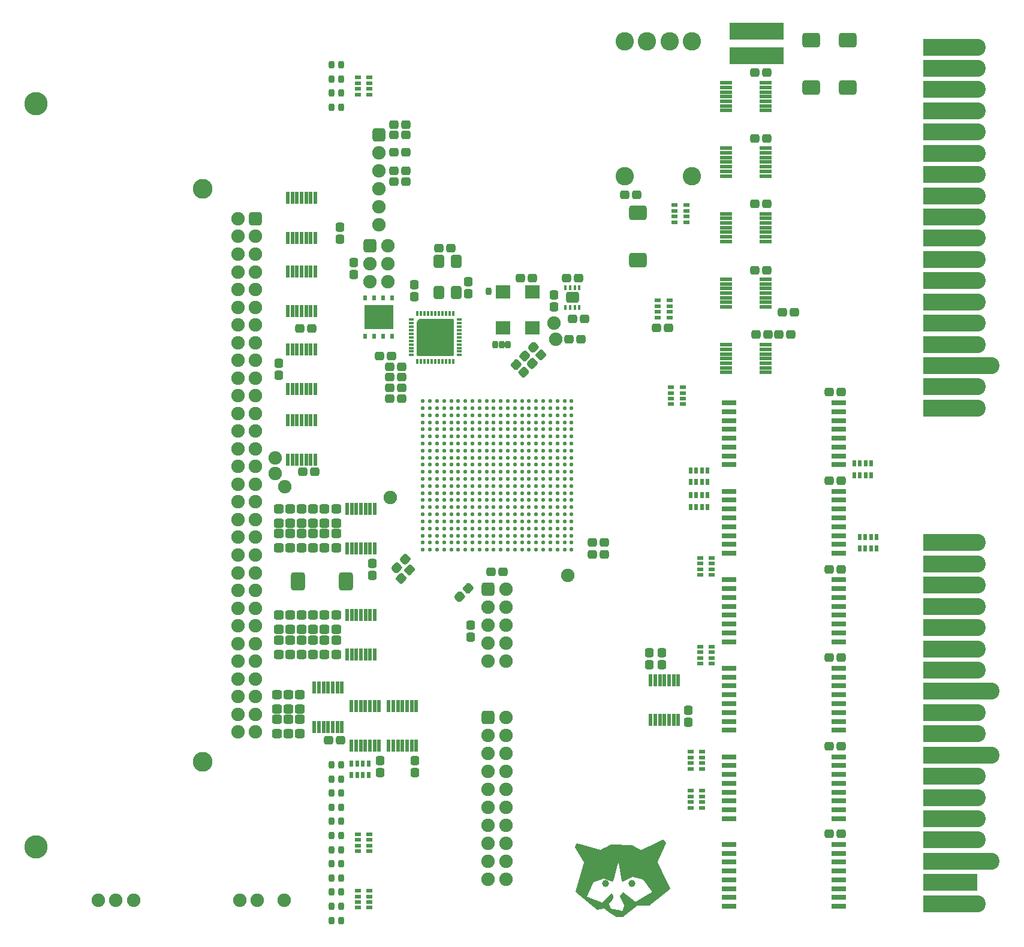
<source format=gts>
G04*
G04  File:            MT-CONTROLLER-PROTOTYPE_C-II.GTS, Thu Feb 18 07:25:22 2021*
G04  Source:          P-CAD 2006 PCB, Version 19.02.958, (D:\retrocomputing\CM5300\pdp11-mt-controller\pcb\mt-controller-prototype_c-ii.pcb)*
G04  Format:          Gerber Format (RS-274-D), ASCII*
G04*
G04  Format Options:  Absolute Positioning*
G04                   Leading-Zero Suppression*
G04                   Scale Factor 1:1*
G04                   NO Circular Interpolation*
G04                   Inch Units*
G04                   Numeric Format: 4.4 (XXXX.XXXX)*
G04                   G54 NOT Used for Aperture Change*
G04                   Apertures Embedded*
G04*
G04  File Options:    Offset = (0.0mil,0.0mil)*
G04                   Drill Symbol Size = 80.0mil*
G04                   No Pad/Via Holes*
G04*
G04  File Contents:   Pads*
G04                   No Vias*
G04                   No Designators*
G04                   No Types*
G04                   No Values*
G04                   No Drill Symbols*
G04                   Top Mask*
G04*
%INMT-CONTROLLER-PROTOTYPE_C-II.GTS*%
%ICAS*%
%MOIN*%
G04*
G04  Aperture MACROs for general use --- invoked via D-code assignment *
G04*
G04  General MACRO for flashed round with rotation and/or offset hole *
%AMROTOFFROUND*
1,1,$1,0.0000,0.0000*
1,0,$2,$3,$4*%
G04*
G04  General MACRO for flashed oval (obround) with rotation and/or offset hole *
%AMROTOFFOVAL*
21,1,$1,$2,0.0000,0.0000,$3*
1,1,$4,$5,$6*
1,1,$4,0-$5,0-$6*
1,0,$7,$8,$9*%
G04*
G04  General MACRO for flashed oval (obround) with rotation and no hole *
%AMROTOVALNOHOLE*
21,1,$1,$2,0.0000,0.0000,$3*
1,1,$4,$5,$6*
1,1,$4,0-$5,0-$6*%
G04*
G04  General MACRO for flashed rectangle with rotation and/or offset hole *
%AMROTOFFRECT*
21,1,$1,$2,0.0000,0.0000,$3*
1,0,$4,$5,$6*%
G04*
G04  General MACRO for flashed rectangle with rotation and no hole *
%AMROTRECTNOHOLE*
21,1,$1,$2,0.0000,0.0000,$3*%
G04*
G04  General MACRO for flashed rounded-rectangle *
%AMROUNDRECT*
21,1,$1,$2-$4,0.0000,0.0000,$3*
21,1,$1-$4,$2,0.0000,0.0000,$3*
1,1,$4,$5,$6*
1,1,$4,$7,$8*
1,1,$4,0-$5,0-$6*
1,1,$4,0-$7,0-$8*
1,0,$9,$10,$11*%
G04*
G04  General MACRO for flashed rounded-rectangle with rotation and no hole *
%AMROUNDRECTNOHOLE*
21,1,$1,$2-$4,0.0000,0.0000,$3*
21,1,$1-$4,$2,0.0000,0.0000,$3*
1,1,$4,$5,$6*
1,1,$4,$7,$8*
1,1,$4,0-$5,0-$6*
1,1,$4,0-$7,0-$8*%
G04*
G04  General MACRO for flashed regular polygon *
%AMREGPOLY*
5,1,$1,0.0000,0.0000,$2,$3+$4*
1,0,$5,$6,$7*%
G04*
G04  General MACRO for flashed regular polygon with no hole *
%AMREGPOLYNOHOLE*
5,1,$1,0.0000,0.0000,$2,$3+$4*%
G04*
G04  General MACRO for target *
%AMTARGET*
6,0,0,$1,$2,$3,4,$4,$5,$6*%
G04*
G04  General MACRO for mounting hole *
%AMMTHOLE*
1,1,$1,0,0*
1,0,$2,0,0*
$1=$1-$2*
$1=$1/2*
21,1,$2+$1,$3,0,0,$4*
21,1,$3,$2+$1,0,0,$4*%
G04*
G04*
G04  D10 : "Ellipse X0.254mm Y0.254mm H0.000mm 0.0deg (0.000mm,0.000mm) Draw"*
G04  Disc: OuterDia=0.0100*
%ADD10C, 0.0100*%
G04  D11 : "Ellipse X0.300mm Y0.300mm H0.000mm 0.0deg (0.000mm,0.000mm) Draw"*
G04  Disc: OuterDia=0.0118*
%ADD11C, 0.0118*%
G04  D12 : "Ellipse X0.350mm Y0.350mm H0.000mm 0.0deg (0.000mm,0.000mm) Draw"*
G04  Disc: OuterDia=0.0138*
%ADD12C, 0.0138*%
G04  D13 : "Ellipse X0.400mm Y0.400mm H0.000mm 0.0deg (0.000mm,0.000mm) Draw"*
G04  Disc: OuterDia=0.0157*
%ADD13C, 0.0157*%
G04  D14 : "Ellipse X0.500mm Y0.500mm H0.000mm 0.0deg (0.000mm,0.000mm) Draw"*
G04  Disc: OuterDia=0.0197*
%ADD14C, 0.0197*%
G04  D15 : "Ellipse X0.100mm Y0.100mm H0.000mm 0.0deg (0.000mm,0.000mm) Draw"*
G04  Disc: OuterDia=0.0039*
%ADD15C, 0.0039*%
G04  D16 : "Ellipse X1.000mm Y1.000mm H0.000mm 0.0deg (0.000mm,0.000mm) Draw"*
G04  Disc: OuterDia=0.0394*
%ADD16C, 0.0394*%
G04  D17 : "Ellipse X0.127mm Y0.127mm H0.000mm 0.0deg (0.000mm,0.000mm) Draw"*
G04  Disc: OuterDia=0.0050*
%ADD17C, 0.0050*%
G04  D18 : "Ellipse X0.150mm Y0.150mm H0.000mm 0.0deg (0.000mm,0.000mm) Draw"*
G04  Disc: OuterDia=0.0059*
%ADD18C, 0.0059*%
G04  D19 : "Ellipse X1.500mm Y1.500mm H0.000mm 0.0deg (0.000mm,0.000mm) Draw"*
G04  Disc: OuterDia=0.0591*
%ADD19C, 0.0591*%
G04  D20 : "Ellipse X0.200mm Y0.200mm H0.000mm 0.0deg (0.000mm,0.000mm) Draw"*
G04  Disc: OuterDia=0.0079*
%ADD20C, 0.0079*%
G04  D21 : "Ellipse X0.250mm Y0.250mm H0.000mm 0.0deg (0.000mm,0.000mm) Draw"*
G04  Disc: OuterDia=0.0098*
%ADD21C, 0.0098*%
G04  D22 : "Ellipse X2.600mm Y2.600mm H0.000mm 0.0deg (0.000mm,0.000mm) Flash"*
G04  Disc: OuterDia=0.1024*
%ADD22C, 0.1024*%
G04  D23 : "Ellipse X2.800mm Y2.800mm H0.000mm 0.0deg (0.000mm,0.000mm) Flash"*
G04  Disc: OuterDia=0.1102*
%ADD23C, 0.1102*%
G04  D24 : "Ellipse X3.300mm Y3.300mm H0.000mm 0.0deg (0.000mm,0.000mm) Flash"*
G04  Disc: OuterDia=0.1299*
%ADD24C, 0.1299*%
G04  D25 : "Ellipse X0.500mm Y0.500mm H0.000mm 0.0deg (0.000mm,0.000mm) Flash"*
G04  Disc: OuterDia=0.0197*
%ADD25C, 0.0197*%
G04  D26 : "Ellipse X0.550mm Y0.550mm H0.000mm 0.0deg (0.000mm,0.000mm) Flash"*
G04  Disc: OuterDia=0.0217*
%ADD26C, 0.0217*%
G04  D27 : "Ellipse X0.800mm Y0.800mm H0.000mm 0.0deg (0.000mm,0.000mm) Flash"*
G04  Disc: OuterDia=0.0315*
%ADD27C, 0.0315*%
G04  D28 : "Ellipse X1.000mm Y1.000mm H0.000mm 0.0deg (0.000mm,0.000mm) Flash"*
G04  Disc: OuterDia=0.0394*
%ADD28C, 0.0394*%
G04  D29 : "Ellipse X1.800mm Y1.800mm H0.000mm 0.0deg (0.000mm,0.000mm) Flash"*
G04  Disc: OuterDia=0.0709*
%ADD29C, 0.0709*%
G04  D30 : "Ellipse X1.900mm Y1.900mm H0.000mm 0.0deg (0.000mm,0.000mm) Flash"*
G04  Disc: OuterDia=0.0748*
%ADD30C, 0.0748*%
G04  D31 : "Ellipse X2.300mm Y2.300mm H0.000mm 0.0deg (0.000mm,0.000mm) Flash"*
G04  Disc: OuterDia=0.0906*
%ADD31C, 0.0906*%
G04  D32 : "Ellipse X2.400mm Y2.400mm H0.000mm 0.0deg (0.000mm,0.000mm) Flash"*
G04  Disc: OuterDia=0.0945*
%ADD32C, 0.0945*%
G04  D33 : "Ellipse X2.500mm Y2.500mm H0.000mm 0.0deg (0.000mm,0.000mm) Flash"*
G04  Disc: OuterDia=0.0984*
%ADD33C, 0.0984*%
G04  D34 : "Mounting Hole X2.700mm Y2.700mm H0.000mm 0.0deg (0.000mm,0.000mm) Flash"*
G04  Mounting Hole: Diameter=0.1063, Rotation=0.0, LineWidth=0.0050 *
%ADD34MTHOLE, 0.1063 X0.0863 X0.0050 X0.0*%
G04  D35 : "Mounting Hole X3.200mm Y3.200mm H0.000mm 0.0deg (0.000mm,0.000mm) Flash"*
G04  Mounting Hole: Diameter=0.1260, Rotation=0.0, LineWidth=0.0050 *
%ADD35MTHOLE, 0.1260 X0.1060 X0.0050 X0.0*%
G04  D36 : "Rounded Rectangle X0.310mm Y0.600mm H0.000mm 0.0deg (0.000mm,0.000mm) Flash"*
G04  RoundRct: DimX=0.0122, DimY=0.0236, CornerRad=0.0031, Rotation=0.0, OffsetX=0.0000, OffsetY=0.0000, HoleDia=0.0000 *
%ADD36ROUNDRECTNOHOLE, 0.0122 X0.0236 X0.0 X0.0061 X-0.0031 X-0.0088 X-0.0031 X0.0088*%
G04  D37 : "Rounded Rectangle X0.410mm Y0.700mm H0.000mm 0.0deg (0.000mm,0.000mm) Flash"*
G04  RoundRct: DimX=0.0161, DimY=0.0276, CornerRad=0.0040, Rotation=0.0, OffsetX=0.0000, OffsetY=0.0000, HoleDia=0.0000 *
%ADD37ROUNDRECTNOHOLE, 0.0161 X0.0276 X0.0 X0.0081 X-0.0040 X-0.0097 X-0.0040 X0.0097*%
G04  D38 : "Rounded Rectangle X0.700mm Y0.950mm H0.000mm 0.0deg (0.000mm,0.000mm) Flash"*
G04  RoundRct: DimX=0.0276, DimY=0.0374, CornerRad=0.0069, Rotation=0.0, OffsetX=0.0000, OffsetY=0.0000, HoleDia=0.0000 *
%ADD38ROUNDRECTNOHOLE, 0.0276 X0.0374 X0.0 X0.0138 X-0.0069 X-0.0118 X-0.0069 X0.0118*%
G04  D39 : "Rounded Rectangle X0.800mm Y1.050mm H0.000mm 0.0deg (0.000mm,0.000mm) Flash"*
G04  RoundRct: DimX=0.0315, DimY=0.0413, CornerRad=0.0079, Rotation=0.0, OffsetX=0.0000, OffsetY=0.0000, HoleDia=0.0000 *
%ADD39ROUNDRECTNOHOLE, 0.0315 X0.0413 X0.0 X0.0157 X-0.0079 X-0.0128 X-0.0079 X0.0128*%
G04  D40 : "Rounded Rectangle X1.200mm Y1.100mm H0.000mm 0.0deg (0.000mm,0.000mm) Flash"*
G04  RoundRct: DimX=0.0472, DimY=0.0433, CornerRad=0.0108, Rotation=0.0, OffsetX=0.0000, OffsetY=0.0000, HoleDia=0.0000 *
%ADD40ROUNDRECTNOHOLE, 0.0472 X0.0433 X0.0 X0.0217 X-0.0128 X-0.0108 X-0.0128 X0.0108*%
G04  D41 : "Rounded Rectangle X1.100mm Y1.200mm H0.000mm 0.0deg (0.000mm,0.000mm) Flash"*
G04  RoundRct: DimX=0.0433, DimY=0.0472, CornerRad=0.0108, Rotation=0.0, OffsetX=0.0000, OffsetY=0.0000, HoleDia=0.0000 *
%ADD41ROUNDRECTNOHOLE, 0.0433 X0.0472 X0.0 X0.0217 X-0.0108 X-0.0128 X-0.0108 X0.0128*%
G04  D42 : "Rounded Rectangle X1.300mm Y1.200mm H0.000mm 0.0deg (0.000mm,0.000mm) Flash"*
G04  RoundRct: DimX=0.0512, DimY=0.0472, CornerRad=0.0118, Rotation=0.0, OffsetX=0.0000, OffsetY=0.0000, HoleDia=0.0000 *
%ADD42ROUNDRECTNOHOLE, 0.0512 X0.0472 X0.0 X0.0236 X-0.0138 X-0.0118 X-0.0138 X0.0118*%
G04  D43 : "Rounded Rectangle X1.200mm Y1.300mm H0.000mm 0.0deg (0.000mm,0.000mm) Flash"*
G04  RoundRct: DimX=0.0472, DimY=0.0512, CornerRad=0.0118, Rotation=0.0, OffsetX=0.0000, OffsetY=0.0000, HoleDia=0.0000 *
%ADD43ROUNDRECTNOHOLE, 0.0472 X0.0512 X0.0 X0.0236 X-0.0118 X-0.0138 X-0.0118 X0.0138*%
G04  D44 : "Rounded Rectangle X1.400mm Y1.300mm H0.000mm 0.0deg (0.000mm,0.000mm) Flash"*
G04  RoundRct: DimX=0.0551, DimY=0.0512, CornerRad=0.0128, Rotation=0.0, OffsetX=0.0000, OffsetY=0.0000, HoleDia=0.0000 *
%ADD44ROUNDRECTNOHOLE, 0.0551 X0.0512 X0.0 X0.0256 X-0.0148 X-0.0128 X-0.0148 X0.0128*%
G04  D45 : "Rounded Rectangle X1.750mm Y1.500mm H0.000mm 0.0deg (0.000mm,0.000mm) Flash"*
G04  RoundRct: DimX=0.0689, DimY=0.0591, CornerRad=0.0148, Rotation=0.0, OffsetX=0.0000, OffsetY=0.0000, HoleDia=0.0000 *
%ADD45ROUNDRECTNOHOLE, 0.0689 X0.0591 X0.0 X0.0295 X-0.0197 X-0.0148 X-0.0197 X0.0148*%
G04  D46 : "Rounded Rectangle X1.400mm Y1.800mm H0.000mm 0.0deg (0.000mm,0.000mm) Flash"*
G04  RoundRct: DimX=0.0551, DimY=0.0709, CornerRad=0.0138, Rotation=0.0, OffsetX=0.0000, OffsetY=0.0000, HoleDia=0.0000 *
%ADD46ROUNDRECTNOHOLE, 0.0551 X0.0709 X0.0 X0.0276 X-0.0138 X-0.0217 X-0.0138 X0.0217*%
G04  D47 : "Rounded Rectangle X1.800mm Y1.800mm H0.000mm 0.0deg (0.000mm,0.000mm) Flash"*
G04  RoundRct: DimX=0.0709, DimY=0.0709, CornerRad=0.0177, Rotation=0.0, OffsetX=0.0000, OffsetY=0.0000, HoleDia=0.0000 *
%ADD47ROUNDRECTNOHOLE, 0.0709 X0.0709 X0.0 X0.0354 X-0.0177 X-0.0177 X-0.0177 X0.0177*%
G04  D48 : "Rounded Rectangle X1.850mm Y1.600mm H0.000mm 0.0deg (0.000mm,0.000mm) Flash"*
G04  RoundRct: DimX=0.0728, DimY=0.0630, CornerRad=0.0157, Rotation=0.0, OffsetX=0.0000, OffsetY=0.0000, HoleDia=0.0000 *
%ADD48ROUNDRECTNOHOLE, 0.0728 X0.0630 X0.0 X0.0315 X-0.0207 X-0.0157 X-0.0207 X0.0157*%
G04  D49 : "Rounded Rectangle X1.500mm Y1.900mm H0.000mm 0.0deg (0.000mm,0.000mm) Flash"*
G04  RoundRct: DimX=0.0591, DimY=0.0748, CornerRad=0.0148, Rotation=0.0, OffsetX=0.0000, OffsetY=0.0000, HoleDia=0.0000 *
%ADD49ROUNDRECTNOHOLE, 0.0591 X0.0748 X0.0 X0.0295 X-0.0148 X-0.0226 X-0.0148 X0.0226*%
G04  D50 : "Rounded Rectangle X1.900mm Y1.900mm H0.000mm 0.0deg (0.000mm,0.000mm) Flash"*
G04  RoundRct: DimX=0.0748, DimY=0.0748, CornerRad=0.0187, Rotation=0.0, OffsetX=0.0000, OffsetY=0.0000, HoleDia=0.0000 *
%ADD50ROUNDRECTNOHOLE, 0.0748 X0.0748 X0.0 X0.0374 X-0.0187 X-0.0187 X-0.0187 X0.0187*%
G04  D51 : "Rounded Rectangle X2.000mm Y2.500mm H0.000mm 0.0deg (0.000mm,0.000mm) Flash"*
G04  RoundRct: DimX=0.0787, DimY=0.0984, CornerRad=0.0197, Rotation=0.0, OffsetX=0.0000, OffsetY=0.0000, HoleDia=0.0000 *
%ADD51ROUNDRECTNOHOLE, 0.0787 X0.0984 X0.0 X0.0394 X-0.0197 X-0.0295 X-0.0197 X0.0295*%
G04  D52 : "Rounded Rectangle X2.500mm Y2.000mm H0.000mm 0.0deg (0.000mm,0.000mm) Flash"*
G04  RoundRct: DimX=0.0984, DimY=0.0787, CornerRad=0.0197, Rotation=0.0, OffsetX=0.0000, OffsetY=0.0000, HoleDia=0.0000 *
%ADD52ROUNDRECTNOHOLE, 0.0984 X0.0787 X0.0 X0.0394 X-0.0295 X-0.0197 X-0.0295 X0.0197*%
G04  D53 : "Rounded Rectangle X2.100mm Y2.600mm H0.000mm 0.0deg (0.000mm,0.000mm) Flash"*
G04  RoundRct: DimX=0.0827, DimY=0.1024, CornerRad=0.0207, Rotation=0.0, OffsetX=0.0000, OffsetY=0.0000, HoleDia=0.0000 *
%ADD53ROUNDRECTNOHOLE, 0.0827 X0.1024 X0.0 X0.0413 X-0.0207 X-0.0305 X-0.0207 X0.0305*%
G04  D54 : "Rounded Rectangle X2.600mm Y2.100mm H0.000mm 0.0deg (0.000mm,0.000mm) Flash"*
G04  RoundRct: DimX=0.1024, DimY=0.0827, CornerRad=0.0207, Rotation=0.0, OffsetX=0.0000, OffsetY=0.0000, HoleDia=0.0000 *
%ADD54ROUNDRECTNOHOLE, 0.1024 X0.0827 X0.0 X0.0413 X-0.0305 X-0.0207 X-0.0305 X0.0207*%
G04  D55 : "Rectangle X4.000mm Y3.400mm H0.000mm 0.0deg (0.000mm,0.000mm) Flash"*
G04  Rectangular: DimX=0.1575, DimY=0.1339, Rotation=0.0, OffsetX=0.0000, OffsetY=0.0000, HoleDia=0.0000 *
%ADD55R, 0.1575 X0.1339*%
G04  D56 : "Rectangle X4.100mm Y3.500mm H0.000mm 0.0deg (0.000mm,0.000mm) Flash"*
G04  Rectangular: DimX=0.1614, DimY=0.1378, Rotation=0.0, OffsetX=0.0000, OffsetY=0.0000, HoleDia=0.0000 *
%ADD56R, 0.1614 X0.1378*%
G04  D57 : "Rectangle X0.400mm Y0.600mm H0.000mm 0.0deg (0.000mm,0.000mm) Flash"*
G04  Rectangular: DimX=0.0157, DimY=0.0236, Rotation=0.0, OffsetX=0.0000, OffsetY=0.0000, HoleDia=0.0000 *
%ADD57R, 0.0157 X0.0236*%
G04  D58 : "Rectangle X0.500mm Y0.700mm H0.000mm 0.0deg (0.000mm,0.000mm) Flash"*
G04  Rectangular: DimX=0.0197, DimY=0.0276, Rotation=0.0, OffsetX=0.0000, OffsetY=0.0000, HoleDia=0.0000 *
%ADD58R, 0.0197 X0.0276*%
G04  D59 : "Rectangle X0.700mm Y0.250mm H0.000mm 0.0deg (0.000mm,0.000mm) Flash"*
G04  Rectangular: DimX=0.0276, DimY=0.0098, Rotation=0.0, OffsetX=0.0000, OffsetY=0.0000, HoleDia=0.0000 *
%ADD59R, 0.0276 X0.0098*%
G04  D60 : "Rectangle X0.250mm Y0.700mm H0.000mm 0.0deg (0.000mm,0.000mm) Flash"*
G04  Rectangular: DimX=0.0098, DimY=0.0276, Rotation=0.0, OffsetX=0.0000, OffsetY=0.0000, HoleDia=0.0000 *
%ADD60R, 0.0098 X0.0276*%
G04  D61 : "Rectangle X7.500mm Y2.300mm H0.000mm 0.0deg (0.000mm,0.000mm) Flash"*
G04  Rectangular: DimX=0.2953, DimY=0.0906, Rotation=0.0, OffsetX=0.0000, OffsetY=0.0000, HoleDia=0.0000 *
%ADD61R, 0.2953 X0.0906*%
G04  D62 : "Rectangle X7.600mm Y2.400mm H0.000mm 0.0deg (0.000mm,0.000mm) Flash"*
G04  Rectangular: DimX=0.2992, DimY=0.0945, Rotation=0.0, OffsetX=0.0000, OffsetY=0.0000, HoleDia=0.0000 *
%ADD62R, 0.2992 X0.0945*%
G04  D63 : "Rectangle X0.800mm Y0.350mm H0.000mm 0.0deg (0.000mm,0.000mm) Flash"*
G04  Rectangular: DimX=0.0315, DimY=0.0138, Rotation=0.0, OffsetX=0.0000, OffsetY=0.0000, HoleDia=0.0000 *
%ADD63R, 0.0315 X0.0138*%
G04  D64 : "Rectangle X0.350mm Y0.800mm H0.000mm 0.0deg (0.000mm,0.000mm) Flash"*
G04  Rectangular: DimX=0.0138, DimY=0.0315, Rotation=0.0, OffsetX=0.0000, OffsetY=0.0000, HoleDia=0.0000 *
%ADD64R, 0.0138 X0.0315*%
G04  D65 : "Rectangle X0.850mm Y0.400mm H0.000mm 0.0deg (0.000mm,0.000mm) Flash"*
G04  Rectangular: DimX=0.0335, DimY=0.0157, Rotation=0.0, OffsetX=0.0000, OffsetY=0.0000, HoleDia=0.0000 *
%ADD65R, 0.0335 X0.0157*%
G04  D66 : "Rectangle X0.400mm Y0.850mm H0.000mm 0.0deg (0.000mm,0.000mm) Flash"*
G04  Rectangular: DimX=0.0157, DimY=0.0335, Rotation=0.0, OffsetX=0.0000, OffsetY=0.0000, HoleDia=0.0000 *
%ADD66R, 0.0157 X0.0335*%
G04  D67 : "Rectangle X0.950mm Y0.500mm H0.000mm 0.0deg (0.000mm,0.000mm) Flash"*
G04  Rectangular: DimX=0.0374, DimY=0.0197, Rotation=0.0, OffsetX=0.0000, OffsetY=0.0000, HoleDia=0.0000 *
%ADD67R, 0.0374 X0.0197*%
G04  D68 : "Rectangle X0.500mm Y0.950mm H0.000mm 0.0deg (0.000mm,0.000mm) Flash"*
G04  Rectangular: DimX=0.0197, DimY=0.0374, Rotation=0.0, OffsetX=0.0000, OffsetY=0.0000, HoleDia=0.0000 *
%ADD68R, 0.0197 X0.0374*%
G04  D69 : "Rectangle X1.600mm Y0.350mm H0.000mm 0.0deg (0.000mm,0.000mm) Flash"*
G04  Rectangular: DimX=0.0630, DimY=0.0138, Rotation=0.0, OffsetX=0.0000, OffsetY=0.0000, HoleDia=0.0000 *
%ADD69R, 0.0630 X0.0138*%
G04  D70 : "Rectangle X0.350mm Y1.600mm H0.000mm 0.0deg (0.000mm,0.000mm) Flash"*
G04  Rectangular: DimX=0.0138, DimY=0.0630, Rotation=0.0, OffsetX=0.0000, OffsetY=0.0000, HoleDia=0.0000 *
%ADD70R, 0.0138 X0.0630*%
G04  D71 : "Rectangle X1.740mm Y0.490mm H0.000mm 0.0deg (0.000mm,0.000mm) Flash"*
G04  Rectangular: DimX=0.0685, DimY=0.0193, Rotation=0.0, OffsetX=0.0000, OffsetY=0.0000, HoleDia=0.0000 *
%ADD71R, 0.0685 X0.0193*%
G04  D72 : "Rectangle X0.490mm Y1.740mm H0.000mm 0.0deg (0.000mm,0.000mm) Flash"*
G04  Rectangular: DimX=0.0193, DimY=0.0685, Rotation=0.0, OffsetX=0.0000, OffsetY=0.0000, HoleDia=0.0000 *
%ADD72R, 0.0193 X0.0685*%
G04  D73 : "Rectangle X2.000mm Y0.600mm H0.000mm 0.0deg (0.000mm,0.000mm) Flash"*
G04  Rectangular: DimX=0.0787, DimY=0.0236, Rotation=0.0, OffsetX=0.0000, OffsetY=0.0000, HoleDia=0.0000 *
%ADD73R, 0.0787 X0.0236*%
G04  D74 : "Rectangle X2.000mm Y1.800mm H0.000mm 0.0deg (0.000mm,0.000mm) Flash"*
G04  Rectangular: DimX=0.0787, DimY=0.0709, Rotation=0.0, OffsetX=0.0000, OffsetY=0.0000, HoleDia=0.0000 *
%ADD74R, 0.0787 X0.0709*%
G04  D75 : "Rectangle X2.100mm Y0.700mm H0.000mm 0.0deg (0.000mm,0.000mm) Flash"*
G04  Rectangular: DimX=0.0827, DimY=0.0276, Rotation=0.0, OffsetX=0.0000, OffsetY=0.0000, HoleDia=0.0000 *
%ADD75R, 0.0827 X0.0276*%
G04  D76 : "Rectangle X2.100mm Y1.900mm H0.000mm 0.0deg (0.000mm,0.000mm) Flash"*
G04  Rectangular: DimX=0.0827, DimY=0.0748, Rotation=0.0, OffsetX=0.0000, OffsetY=0.0000, HoleDia=0.0000 *
%ADD76R, 0.0827 X0.0748*%
G04  D77 : "Ellipse X0.400mm Y0.400mm H0.000mm 0.0deg (0.000mm,0.000mm) Flash"*
G04  Disc: OuterDia=0.0157*
%ADD77C, 0.0157*%
G04*
%FSLAX44Y44*%
%SFA1B1*%
%OFA0.0000B0.0000*%
G04*
G70*
G90*
G01*
D2*
%LNTop Mask*%
D10*
X149111Y32707*
X149228D1*
X149035Y32757D2*
X149268D1*
X148958Y32807D2*
X149308D1*
X148882Y32856D2*
X149144D1*
X148806Y32906D2*
X148898D1*
X148730Y32956D2*
X148778D1*
X148654Y33006D2*
X148756D1*
X148092Y33056D2*
X148239D1*
X148577D2*
X148737D1*
X148034Y33105D2*
X148466D1*
X148478D2*
X148718D1*
X147975Y33155D2*
X148700D1*
X147917Y33205D2*
X148681D1*
X147859Y33255D2*
X148385D1*
X148444D2*
X148662D1*
X147800Y33304D2*
X148250D1*
X148508D2*
X148656D1*
X147742Y33354D2*
X148114D1*
X148556D2*
X148681D1*
X147683Y33404D2*
X147978D1*
X148605D2*
X148728D1*
X147625Y33454D2*
X147842D1*
X148653D2*
X148775D1*
X147567Y33504D2*
X147706D1*
X148701D2*
X148822D1*
X147508Y33553D2*
X147570D1*
X148750D2*
X148868D1*
X147450Y33603D2*
X147461D1*
X148798D2*
X148894D1*
X147391Y33653D2*
X147433D1*
X148846D2*
X148916D1*
X147333Y33703D2*
X147435D1*
X147275Y33752D2*
X147458D1*
X147216Y33802D2*
X147481D1*
X147158Y33852D2*
X147504D1*
X147099Y33902D2*
X147526D1*
X147041Y33952D2*
X147549D1*
X147015Y34001D2*
X147572D1*
X147030Y34051D2*
X147595D1*
X147045Y34101D2*
X147618D1*
X147060Y34151D2*
X147640D1*
X147075Y34201D2*
X147663D1*
X147090Y34250D2*
X147686D1*
X147105Y34300D2*
X147709D1*
X147120Y34350D2*
X147731D1*
X147135Y34400D2*
X147754D1*
X147150Y34449D2*
X147777D1*
X147165Y34499D2*
X147800D1*
X147180Y34549D2*
X147837D1*
X147195Y34599D2*
X147960D1*
X147210Y34649D2*
X148086D1*
X148886D2*
X148930D1*
X147225Y34698D2*
X148212D1*
X148741D2*
X148943D1*
X147240Y34748D2*
X148338D1*
X148597D2*
X148955D1*
X147255Y34798D2*
X148968D1*
X147270Y34848D2*
X148980D1*
X147285Y34898D2*
X148993D1*
X147300Y34947D2*
X149006D1*
X147315Y34997D2*
X149018D1*
X147330Y35047D2*
X149031D1*
X147345Y35097D2*
X149044D1*
X147360Y35146D2*
X149056D1*
X147375Y35196D2*
X149069D1*
X147390Y35246D2*
X149082D1*
X147405Y35296D2*
X149094D1*
X147420Y35346D2*
X149107D1*
X147435Y35395D2*
X149119D1*
X147450Y35445D2*
X149132D1*
X147465Y35495D2*
X149145D1*
X147480Y35545D2*
X149157D1*
X147480Y35594D2*
X149148D1*
X147453Y35644D2*
X149131D1*
X147425Y35694D2*
X149115D1*
X147396Y35744D2*
X149099D1*
X147367Y35794D2*
X149082D1*
X147339Y35843D2*
X149066D1*
X147310Y35893D2*
X149050D1*
X147281Y35943D2*
X149033D1*
X147252Y35993D2*
X149017D1*
X147224Y36043D2*
X149001D1*
X147195Y36092D2*
X148984D1*
X147166Y36142D2*
X148968D1*
X147137Y36192D2*
X148239D1*
X148363D2*
X148951D1*
X147109Y36242D2*
X148067D1*
X148465D2*
X148935D1*
X147080Y36291D2*
X147895D1*
X148567D2*
X148919D1*
X147051Y36341D2*
X147724D1*
X148670D2*
X148902D1*
X147022Y36391D2*
X147552D1*
X148772D2*
X148886D1*
X146994Y36441D2*
X147380D1*
X147014Y36491D2*
X147209D1*
X147035Y36540D2*
X147037D1*
X147006Y36601D2*
X146938Y36437D1*
X147421Y35600*
X147422Y35600*
X147426Y35592*
X147431Y35584*
X147431Y35583*
X147431Y35582*
X147432Y35573*
X147433Y35564*
X147433Y35563*
X147433Y35563*
X147430Y35554*
X147428Y35545*
X147428Y35544*
X146951Y33962*
X148109Y32976*
X148453Y33051*
X148453Y33051*
X148463Y33053*
X148472Y33055*
X148472Y33055*
X148472Y33055*
X148482Y33054*
X148492Y33052*
X148492Y33052*
X148492Y33052*
X148500Y33047*
X148508Y33041*
X148508Y33041*
X148819Y32838*
X149199Y32591*
X149410Y32854*
X148853Y32966*
X148847Y32967*
X148843Y32968*
X148839Y32969*
X148834Y32972*
X148829Y32975*
X148826Y32978*
X148823Y32980*
X148819Y32985*
X148815Y32989*
X148814Y32993*
X148812Y32997*
X148810Y33003*
X148710Y33269*
X148707Y33276*
X148707Y33278*
X148706Y33280*
X148706Y33288*
X148706Y33296*
X148707Y33298*
X148707Y33299*
X148710Y33307*
X148713Y33315*
X148714Y33316*
X148715Y33318*
X148721Y33323*
X148908Y33522*
X148973Y33648*
X148910Y33790*
X148450Y33317*
X148444Y33310*
X148443Y33309*
X148443Y33309*
X148434Y33305*
X148426Y33301*
X148425Y33301*
X148425Y33301*
X148415Y33301*
X148406Y33301*
X148405Y33301*
X148405Y33301*
X148396Y33304*
X147522Y33624*
X147520Y33624*
X147513Y33627*
X147505Y33630*
X147504Y33632*
X147502Y33632*
X147497Y33638*
X147491Y33644*
X147490Y33645*
X147489Y33647*
X147486Y33654*
X147482Y33662*
X147482Y33664*
X147482Y33666*
X147482Y33674*
X147482Y33682*
X147482Y33683*
X147482Y33685*
X147486Y33693*
X147488Y33700*
X147490Y33702*
X147848Y34485*
X147852Y34494*
X147853Y34494*
X147853Y34495*
X147860Y34501*
X147867Y34508*
X147867Y34508*
X147867Y34508*
X147876Y34512*
X148441Y34735*
X148448Y34739*
X148450Y34739*
X148452Y34740*
X148460Y34739*
X148468Y34740*
X148470Y34739*
X148472Y34739*
X148479Y34736*
X148961Y34569*
X149212Y35558*
X148900Y36509*
X148331Y36232*
X148323Y36227*
X148322Y36227*
X148321Y36227*
X148312Y36226*
X148303Y36225*
X148302Y36226*
X148301Y36226*
X148292Y36228*
X147006Y36601*
X149161Y32675D2*
X149551D1*
X149085Y32724D2*
X149614D1*
X149009Y32774D2*
X149678D1*
X148933Y32824D2*
X149306D1*
X149579D2*
X149741D1*
X148857Y32873D2*
X149061D1*
X149602D2*
X149804D1*
X149621Y32923D2*
X149868D1*
X149640Y32973D2*
X149931D1*
X149659Y33022D2*
X149994D1*
X149678Y33072D2*
X150058D1*
X149696Y33121D2*
X150121D1*
X149711Y33171D2*
X150184D1*
X149701Y33221D2*
X150248D1*
X149679Y33270D2*
X150315D1*
X150769D2*
X150990D1*
X149656Y33320D2*
X150183D1*
X150299D2*
X151051D1*
X149634Y33370D2*
X150120D1*
X150383D2*
X151112D1*
X149611Y33419D2*
X150057D1*
X150467D2*
X151173D1*
X149589Y33469D2*
X149994D1*
X150551D2*
X151234D1*
X149566Y33518D2*
X149931D1*
X150635D2*
X151295D1*
X149544Y33568D2*
X149868D1*
X150720D2*
X151356D1*
X149521Y33618D2*
X149805D1*
X150804D2*
X151417D1*
X149499Y33667D2*
X149742D1*
X150888D2*
X151478D1*
X149526Y33717D2*
X149679D1*
X150972D2*
X151539D1*
X149559Y33767D2*
X149616D1*
X151057D2*
X151600D1*
X151141Y33816D2*
X151661D1*
X151225Y33866D2*
X151722D1*
X151266Y33915D2*
X151783D1*
X151269Y33965D2*
X151844D1*
X151247Y34015D2*
X151905D1*
X151210Y34064D2*
X151966D1*
X151174Y34114D2*
X152027D1*
X151138Y34164D2*
X152045D1*
X151101Y34213D2*
X152021D1*
X151065Y34263D2*
X151997D1*
X151029Y34312D2*
X151972D1*
X150993Y34362D2*
X151948D1*
X150957Y34412D2*
X151924D1*
X150921Y34461D2*
X151900D1*
X150885Y34511D2*
X151876D1*
X150849Y34561D2*
X151852D1*
X150813Y34610D2*
X151828D1*
X149552Y34660D2*
X149640D1*
X150778D2*
X151804D1*
X149543Y34709D2*
X149734D1*
X150676D2*
X151780D1*
X149534Y34759D2*
X149829D1*
X150508D2*
X151756D1*
X149526Y34809D2*
X149923D1*
X150339D2*
X151732D1*
X148966Y34858D2*
X148983D1*
X149517D2*
X150017D1*
X150171D2*
X151708D1*
X148947Y34908D2*
X148996D1*
X149508D2*
X151683D1*
X148928Y34958D2*
X149008D1*
X149499D2*
X151659D1*
X148908Y35007D2*
X149021D1*
X149491D2*
X151635D1*
X148889Y35057D2*
X149034D1*
X149482D2*
X151611D1*
X148870Y35106D2*
X149046D1*
X149473D2*
X151587D1*
X148850Y35156D2*
X149059D1*
X149464D2*
X151563D1*
X148831Y35206D2*
X149071D1*
X149456D2*
X151539D1*
X148812Y35255D2*
X149084D1*
X149447D2*
X151515D1*
X148793Y35305D2*
X149097D1*
X149438D2*
X151491D1*
X148773Y35355D2*
X149109D1*
X149429D2*
X151467D1*
X148754Y35404D2*
X149122D1*
X149421D2*
X151443D1*
X148735Y35454D2*
X149134D1*
X149412D2*
X151418D1*
X148715Y35503D2*
X149147D1*
X149403D2*
X151394D1*
X148696Y35553D2*
X149159D1*
X149394D2*
X151370D1*
X148677Y35603D2*
X149172D1*
X149383D2*
X151360D1*
X148657Y35652D2*
X149225D1*
X149334D2*
X151377D1*
X148638Y35702D2*
X151400D1*
X148619Y35752D2*
X151423D1*
X148600Y35801D2*
X151446D1*
X148580Y35851D2*
X151469D1*
X148561Y35900D2*
X151492D1*
X148542Y35950D2*
X151514D1*
X148522Y36000D2*
X151537D1*
X148503Y36049D2*
X151560D1*
X148484Y36099D2*
X151583D1*
X148464Y36149D2*
X151606D1*
X148445Y36198D2*
X150442D1*
X150666D2*
X151629D1*
X148478Y36248D2*
X150351D1*
X150765D2*
X151651D1*
X148580Y36298D2*
X150260D1*
X150864D2*
X151674D1*
X148682Y36347D2*
X150169D1*
X150962D2*
X151697D1*
X148783Y36397D2*
X150078D1*
X151061D2*
X151720D1*
X148885Y36446D2*
X149841D1*
X151159D2*
X151743D1*
X151258Y36496D2*
X151766D1*
X151357Y36546D2*
X151788D1*
X151455Y36595D2*
X151811D1*
X151554Y36645D2*
X151834D1*
X151653Y36695D2*
X151805D1*
X151751Y36744D2*
X151754D1*
X151763Y36806D2*
X150579Y36210D1*
X150575Y36207*
X150570Y36206*
X150565Y36203*
X150561Y36203*
X150556Y36202*
X150551Y36202*
X150545Y36202*
X150541Y36203*
X150536Y36204*
X150532Y36206*
X150527Y36208*
X150523Y36211*
X150011Y36490*
X148940Y36529*
X148371Y36251*
X148987Y34668*
X149214Y35566*
Y35569*
X149217Y35575*
X149218Y35581*
X149220Y35584*
X149222Y35588*
X149226Y35592*
X149230Y35597*
X149233Y35599*
X149236Y35602*
X149242Y35604*
X149247Y35608*
X149251Y35608*
X149254Y35610*
X149261*
X149267Y35610*
X149271Y35610*
X149287*
X149293Y35611*
X149297Y35610*
X149302*
X149307Y35607*
X149312Y35606*
X149316Y35604*
X149320Y35602*
X149324Y35598*
X149329Y35595*
X149331Y35591*
X149334Y35588*
X149336Y35583*
X149339Y35578*
X149340Y35574*
X149342Y35569*
Y35564*
X149522Y34541*
X150059Y34824*
X150068Y34829*
X150068Y34829*
X150069Y34829*
X150078Y34830*
X150088Y34831*
X150088Y34831*
X150088Y34831*
X150098Y34828*
X150708Y34648*
X150715Y34647*
X150718Y34645*
X150721Y34644*
X150726Y34640*
X150732Y34636*
X150734Y34634*
X150736Y34632*
X150740Y34626*
X151206Y33985*
X151208Y33983*
X151212Y33977*
X151216Y33971*
X151217Y33968*
X151218Y33966*
X151219Y33959*
X151221Y33951*
X151220Y33949*
X151221Y33946*
X151219Y33939*
X151218Y33932*
X151216Y33930*
X151216Y33927*
X151211Y33921*
X151207Y33915*
X151205Y33913*
X151204Y33911*
X151197Y33907*
X151191Y33903*
X151189Y33902*
X150274Y33364*
X150274Y33363*
X150266Y33359*
X150257Y33354*
X150257Y33354*
X150256Y33354*
X150247Y33352*
X150238Y33351*
X150237Y33351*
X150237Y33351*
X150228Y33354*
X150218Y33356*
X150218Y33356*
X150218Y33357*
X150210Y33362*
X150203Y33368*
X150202Y33369*
X149567Y33869*
X149439Y33677*
X149652Y33207*
X149652Y33207*
X149660Y33189*
X149661Y33169*
X149654Y33151*
X149654Y33151*
X149549Y32872*
X149548Y32867*
X149545Y32863*
X149544Y32859*
X149540Y32855*
X149536Y32850*
X149533Y32848*
X149530Y32845*
X149525Y32842*
X149520Y32839*
X149516Y32838*
X149512Y32837*
X149506Y32836*
X149500Y32835*
X149496Y32836*
X149492Y32836*
X149487Y32838*
X148855Y32966*
X148634Y32959*
X149223Y32575*
X149518Y32585*
X150322Y33215*
X150327Y33221*
X150330Y33222*
X150332Y33223*
X150339Y33225*
X150346Y33228*
X150348Y33228*
X150351Y33228*
X150358Y33228*
X151003Y33216*
X152119Y34125*
X151419Y35566*
X151418Y35568*
X151415Y35575*
X151412Y35582*
X151412Y35585*
X151411Y35587*
X151411Y35594*
X151411Y35602*
X151411Y35604*
X151412Y35607*
X151415Y35614*
X151417Y35621*
X151419Y35623*
X151901Y36670*
X151763Y36806*
D2*
D30*
X121358Y33464D3*
X122342D3*
X128248D3*
X130708D3*
D44*
X130954Y42710D3*
Y43510D3*
X130314Y42710D3*
Y43510D3*
X130413Y48517D3*
Y49317D3*
X131053Y48517D3*
Y49317D3*
Y54422D3*
Y55222D3*
X130413Y54422D3*
Y55222D3*
D30*
X130757Y56446D3*
X130216Y58070D3*
D39*
X133346Y32332D3*
X133877D3*
X133346Y33907D3*
X133877D3*
X133346Y34694D3*
X133877D3*
X133346Y35482D3*
X133877D3*
X133346Y37057D3*
X133877D3*
X133346Y37844D3*
X133877D3*
X133346Y40206D3*
X133877D3*
X133346Y40994D3*
X133877D3*
D44*
X132972Y48517D3*
Y49317D3*
X133612Y48517D3*
Y49317D3*
Y54422D3*
Y55222D3*
X132972Y54422D3*
Y55222D3*
D43*
X133809Y70905D3*
Y70236D3*
D39*
X133346Y79921D3*
X133877D3*
X133346Y79133D3*
X133877D3*
D43*
X136072Y40561D3*
Y41230D3*
X135629Y52204D3*
Y51535D3*
D10*
X137341Y52239*
X137501D1*
X137292Y52288D2*
X137550D1*
X137243Y52337D2*
X137599D1*
X137198Y52386D2*
X137648D1*
X137190Y52435D2*
X137680D1*
X137220Y52484D2*
X137673D1*
X137269Y52534D2*
X137629D1*
X137318Y52583D2*
X137580D1*
X137367Y52632D2*
X137531D1*
X137433Y52681D2*
X137465D1*
X137368Y52212D2*
X137374Y52207D1*
X137380Y52202*
X137386Y52199*
X137392Y52196*
X137399Y52193*
X137406Y52191*
X137414Y52190*
X137421Y52190*
X137428Y52190*
X137436Y52191*
X137443Y52193*
X137449Y52196*
X137456Y52199*
X137462Y52202*
X137468Y52207*
X137474Y52212*
X137659Y52398*
X137664Y52403*
X137669Y52409*
X137673Y52415*
X137676Y52422*
X137678Y52429*
X137680Y52436*
X137681Y52443*
X137681Y52450*
X137681Y52458*
X137680Y52465*
X137678Y52472*
X137676Y52479*
X137673Y52485*
X137669Y52492*
X137664Y52497*
X137659Y52503*
X137501Y52661*
X137496Y52666*
X137490Y52670*
X137484Y52674*
X137477Y52677*
X137470Y52679*
X137463Y52681*
X137456Y52682*
X137449Y52683*
X137442Y52682*
X137434Y52681*
X137427Y52679*
X137420Y52677*
X137414Y52674*
X137407Y52670*
X137402Y52666*
X137396Y52661*
X137210Y52475*
X137205Y52470*
X137201Y52464*
X137197Y52457*
X137194Y52451*
X137192Y52444*
X137190Y52437*
X137189Y52430*
X137188Y52422*
X137189Y52415*
X137190Y52408*
X137192Y52401*
X137194Y52394*
X137197Y52387*
X137201Y52381*
X137205Y52375*
X137210Y52370*
X137368Y52212*
X136868Y51766D2*
X137028D1*
X136819Y51815D2*
X137077D1*
X136770Y51864D2*
X137126D1*
X136725Y51913D2*
X137175D1*
X136716Y51962D2*
X137207D1*
X136746Y52011D2*
X137200D1*
X136796Y52060D2*
X137156D1*
X136845Y52109D2*
X137106D1*
X136894Y52159D2*
X137057D1*
X136959Y52208D2*
X136992D1*
X136895Y51738D2*
X136900Y51734D1*
X136906Y51729*
X136913Y51725*
X136919Y51722*
X136926Y51720*
X136933Y51718*
X136940Y51717*
X136948Y51717*
X136955Y51717*
X136962Y51718*
X136969Y51720*
X136976Y51722*
X136983Y51725*
X136989Y51729*
X136995Y51734*
X137000Y51738*
X137186Y51924*
X137191Y51930*
X137195Y51936*
X137199Y51942*
X137202Y51948*
X137205Y51955*
X137207Y51962*
X137208Y51970*
X137208Y51977*
X137208Y51984*
X137207Y51991*
X137205Y51999*
X137202Y52005*
X137199Y52012*
X137195Y52018*
X137191Y52024*
X137186Y52030*
X137028Y52188*
X137023Y52193*
X137017Y52197*
X137011Y52201*
X137004Y52204*
X136997Y52206*
X136990Y52208*
X136983Y52209*
X136976Y52209*
X136968Y52209*
X136961Y52208*
X136954Y52206*
X136947Y52204*
X136940Y52201*
X136934Y52197*
X136928Y52193*
X136923Y52188*
X136737Y52002*
X136732Y51996*
X136728Y51990*
X136724Y51984*
X136721Y51978*
X136718Y51971*
X136717Y51964*
X136716Y51956*
X136715Y51949*
X136716Y51942*
X136717Y51935*
X136718Y51927*
X136721Y51921*
X136724Y51914*
X136728Y51908*
X136732Y51902*
X136737Y51896*
X136895Y51738*
D2*
D30*
X136614Y55856D3*
D42*
X136574Y61958D3*
X137244D3*
Y61368D3*
X136574D3*
X136033Y63730D3*
X136702D3*
X136820Y74015D3*
X137490D3*
X136820Y73425D3*
X137490D3*
X136820Y76574D3*
X137490D3*
X136820Y76033D3*
X137490D3*
X139330Y69734D3*
X140000D3*
X142234Y51722D3*
X142903D3*
D39*
X142814Y64370D3*
X143159D3*
X142470D3*
X142076Y67322D3*
D30*
X146505Y51525D3*
X145816Y64665D3*
X145718Y65551D3*
D43*
Y66446D3*
Y67116D3*
D28*
X148577Y34402D3*
D42*
X147844Y52706D3*
X148513D3*
X147844Y53346D3*
X148513D3*
D43*
X151722Y47234D3*
Y46564D3*
X151033Y47234D3*
Y46564D3*
D42*
X152106Y65305D3*
X151437D3*
D67*
X153316Y40767D3*
Y41082D3*
Y41397D3*
Y41712D3*
X153966Y40767D3*
Y41082D3*
Y41397D3*
Y41712D3*
X154507Y47568D3*
Y47253D3*
Y46938D3*
Y46624D3*
X153858Y47568D3*
Y47253D3*
Y46938D3*
Y46624D3*
Y51545D3*
Y51860D3*
Y52175D3*
Y52490D3*
X154507Y51545D3*
Y51860D3*
Y52175D3*
Y52490D3*
D68*
X153316Y55984D3*
X153631D3*
X153946D3*
X154261D3*
X153316Y55334D3*
X153631D3*
X153946D3*
X154261D3*
D42*
X156948Y64911D3*
X157618D3*
X156899Y75836D3*
X157568D3*
X156899Y79478D3*
X157568D3*
X161033Y37155D3*
X161702D3*
X161033Y46948D3*
X161702D3*
X161033Y51870D3*
X161702D3*
Y61712D3*
X161033D3*
D68*
X162716Y53671D3*
X163031D3*
X163346D3*
X163661D3*
X162716Y53021D3*
X163031D3*
X163346D3*
X163661D3*
D32*
X169242Y37992D3*
Y36811D3*
Y40354D3*
Y43897D3*
Y42716D3*
Y47440D3*
Y46259D3*
Y48622D3*
Y49803D3*
Y53346D3*
Y52165D3*
Y62007D3*
Y60826D3*
Y64370D3*
Y66732D3*
Y67913D3*
Y71456D3*
Y70275D3*
Y72637D3*
Y73818D3*
Y76181D3*
Y77362D3*
Y78543D3*
Y79724D3*
D44*
X130413Y47139D3*
Y47939D3*
X131053Y47139D3*
Y47939D3*
X130954Y44088D3*
Y44888D3*
X130314Y44088D3*
Y44888D3*
D30*
X130216Y57185D3*
D44*
X131053Y53044D3*
Y53844D3*
X130413Y53044D3*
Y53844D3*
D43*
Y63326D3*
Y62657D3*
D39*
X133346Y36269D3*
X133877D3*
X133346Y33120D3*
X133877D3*
X133346Y38631D3*
X133877D3*
X133346Y39419D3*
X133877D3*
D44*
X132972Y47139D3*
Y47939D3*
X133612Y47139D3*
Y47939D3*
D72*
X132401Y45295D3*
X132657D3*
X132913D3*
X133169D3*
X133425D3*
X133681D3*
X133937D3*
X132401Y43090D3*
X132657D3*
X132913D3*
X133169D3*
X133425D3*
X133681D3*
X133937D3*
D42*
X133179Y42372D3*
X133848D3*
D44*
X133612Y53044D3*
Y53844D3*
X132972Y53044D3*
Y53844D3*
D39*
X133346Y77559D3*
X133877D3*
X133346Y78346D3*
X133877D3*
D42*
X136574Y63139D3*
X137244D3*
X136574Y62549D3*
X137244D3*
X136820Y75049D3*
X137490D3*
D49*
X139340Y68976D3*
X140285D3*
X139340Y67244D3*
X140285D3*
D10*
X144413Y63134*
X144573D1*
X144364Y63183D2*
X144622D1*
X144315Y63232D2*
X144671D1*
X144270Y63281D2*
X144720D1*
X144261Y63330D2*
X144751D1*
X144291Y63379D2*
X144745D1*
X144341Y63428D2*
X144700D1*
X144390Y63478D2*
X144651D1*
X144439Y63527D2*
X144602D1*
X144504Y63576D2*
X144537D1*
X144573Y63556D2*
X144568Y63561D1*
X144562Y63565*
X144556Y63569*
X144549Y63572*
X144542Y63574*
X144535Y63576*
X144528Y63577*
X144521Y63578*
X144513Y63577*
X144506Y63576*
X144499Y63574*
X144492Y63572*
X144485Y63569*
X144479Y63565*
X144473Y63561*
X144468Y63556*
X144282Y63370*
X144277Y63364*
X144273Y63359*
X144269Y63352*
X144266Y63346*
X144263Y63339*
X144262Y63332*
X144261Y63325*
X144260Y63317*
X144261Y63310*
X144262Y63303*
X144263Y63296*
X144266Y63289*
X144269Y63282*
X144273Y63276*
X144277Y63270*
X144282Y63265*
X144440Y63107*
X144445Y63102*
X144451Y63097*
X144458Y63094*
X144464Y63090*
X144471Y63088*
X144478Y63086*
X144485Y63085*
X144493Y63085*
X144500Y63085*
X144507Y63086*
X144514Y63088*
X144521Y63090*
X144528Y63094*
X144534Y63097*
X144540Y63102*
X144545Y63107*
X144731Y63292*
X144736Y63298*
X144740Y63304*
X144744Y63310*
X144747Y63317*
X144750Y63323*
X144752Y63331*
X144753Y63338*
X144753Y63345*
X144753Y63352*
X144752Y63360*
X144750Y63367*
X144747Y63374*
X144744Y63380*
X144740Y63386*
X144736Y63392*
X144731Y63398*
X144573Y63556*
X144886Y63607D2*
X145046D1*
X144837Y63656D2*
X145095D1*
X144788Y63705D2*
X145144D1*
X144743Y63754D2*
X145193D1*
X144735Y63804D2*
X145225D1*
X144765Y63853D2*
X145218D1*
X144814Y63902D2*
X145174D1*
X144863Y63951D2*
X145125D1*
X144912Y64000D2*
X145076D1*
X144978Y64049D2*
X145010D1*
X145046Y64029D2*
X145041Y64034D1*
X145035Y64038*
X145029Y64042*
X145022Y64045*
X145015Y64048*
X145008Y64049*
X145001Y64050*
X144994Y64051*
X144986Y64050*
X144979Y64049*
X144972Y64048*
X144965Y64045*
X144959Y64042*
X144952Y64038*
X144947Y64034*
X144941Y64029*
X144755Y63843*
X144750Y63838*
X144746Y63832*
X144742Y63826*
X144739Y63819*
X144737Y63812*
X144735Y63805*
X144734Y63798*
X144733Y63790*
X144734Y63783*
X144735Y63776*
X144737Y63769*
X144739Y63762*
X144742Y63755*
X144746Y63749*
X144750Y63743*
X144755Y63738*
X144913Y63580*
X144919Y63575*
X144925Y63571*
X144931Y63567*
X144937Y63564*
X144944Y63561*
X144951Y63559*
X144959Y63558*
X144966Y63558*
X144973Y63558*
X144980Y63559*
X144988Y63561*
X144994Y63564*
X145001Y63567*
X145007Y63571*
X145013Y63575*
X145019Y63580*
X145204Y63766*
X145209Y63771*
X145214Y63777*
X145217Y63783*
X145221Y63790*
X145223Y63797*
X145225Y63804*
X145226Y63811*
X145226Y63818*
X145226Y63826*
X145225Y63833*
X145223Y63840*
X145221Y63847*
X145217Y63853*
X145214Y63860*
X145209Y63866*
X145204Y63871*
X145046Y64029*
D2*
D72*
X151102Y45688D3*
X151358D3*
X151614D3*
X151870D3*
X152125D3*
X152381D3*
X152637D3*
X151102Y43484D3*
X151358D3*
X151614D3*
X151870D3*
X152125D3*
X152381D3*
X152637D3*
D67*
X151496Y65866D3*
Y66181D3*
Y66496D3*
Y66811D3*
X152145Y65866D3*
Y66181D3*
Y66496D3*
Y66811D3*
X153966Y39547D3*
Y39232D3*
Y38917D3*
Y38602D3*
X153316Y39547D3*
Y39232D3*
Y38917D3*
Y38602D3*
D68*
Y57362D3*
X153631D3*
X153946D3*
X154261D3*
X153316Y56712D3*
X153631D3*
X153946D3*
X154261D3*
D42*
X156899Y68503D3*
X157568D3*
X156899Y72194D3*
X157568D3*
X161033Y42027D3*
X161702D3*
X161033Y56791D3*
X161702D3*
D54*
X160039Y78651D3*
Y81289D3*
D68*
X162421Y57755D3*
X162736D3*
X163051D3*
X163366D3*
X162421Y57106D3*
X162736D3*
X163051D3*
X163366D3*
D32*
X169242Y33267D3*
X170029Y35629D3*
X169242Y39173D3*
X170029Y45078D3*
Y41535D3*
X169242Y50984D3*
Y65551D3*
Y69094D3*
X170029Y63188D3*
X169242Y75000D3*
Y80905D3*
D30*
X135974Y72023D3*
Y71023D3*
Y73023D3*
Y75023D3*
Y74023D3*
D50*
Y76023D3*
D30*
X143068Y47769D3*
Y46769D3*
Y50769D3*
Y49769D3*
Y48769D3*
X142068Y47769D3*
Y46769D3*
D50*
Y50769D3*
D30*
Y49769D3*
Y48769D3*
Y36624D3*
Y35624D3*
Y39624D3*
Y38624D3*
Y42624D3*
Y41624D3*
X143068Y36624D3*
Y35624D3*
Y39624D3*
Y38624D3*
Y42624D3*
Y41624D3*
X142068Y37624D3*
Y34624D3*
D50*
Y43624D3*
D30*
Y40624D3*
X143068Y37624D3*
Y34624D3*
Y43624D3*
Y40624D3*
X120374Y33464D3*
X129232D3*
D44*
X131594Y42710D3*
Y43510D3*
X132332Y48517D3*
Y49317D3*
X131692Y48517D3*
Y49317D3*
X132332Y54422D3*
Y55222D3*
X131692Y54422D3*
Y55222D3*
D42*
X132273Y65255D3*
X131604D3*
D68*
X135413Y40423D3*
X135098D3*
X134783D3*
X134468D3*
X135413Y41072D3*
X135098D3*
X134783D3*
X134468D3*
D43*
X137992Y41230D3*
Y40561D3*
D10*
X137587Y51648*
X137747D1*
X137538Y51698D2*
X137796D1*
X137489Y51747D2*
X137845D1*
X137444Y51796D2*
X137894D1*
X137436Y51845D2*
X137926D1*
X137466Y51894D2*
X137919D1*
X137515Y51943D2*
X137875D1*
X137564Y51992D2*
X137826D1*
X137613Y52041D2*
X137777D1*
X137679Y52090D2*
X137711D1*
X137614Y51621D2*
X137620Y51616D1*
X137626Y51612*
X137632Y51608*
X137639Y51605*
X137645Y51603*
X137652Y51601*
X137660Y51600*
X137667Y51599*
X137674Y51600*
X137682Y51601*
X137689Y51603*
X137696Y51605*
X137702Y51608*
X137708Y51612*
X137714Y51616*
X137720Y51621*
X137906Y51807*
X137910Y51812*
X137915Y51818*
X137919Y51825*
X137922Y51831*
X137924Y51838*
X137926Y51845*
X137927Y51852*
X137927Y51860*
X137927Y51867*
X137926Y51874*
X137924Y51881*
X137922Y51888*
X137919Y51895*
X137915Y51901*
X137910Y51907*
X137906Y51912*
X137748Y52070*
X137742Y52075*
X137736Y52080*
X137730Y52083*
X137723Y52086*
X137716Y52089*
X137709Y52091*
X137702Y52092*
X137695Y52092*
X137688Y52092*
X137680Y52091*
X137673Y52089*
X137666Y52086*
X137660Y52083*
X137653Y52080*
X137648Y52075*
X137642Y52070*
X137456Y51884*
X137451Y51879*
X137447Y51873*
X137443Y51867*
X137440Y51860*
X137438Y51853*
X137436Y51846*
X137435Y51839*
X137435Y51832*
X137435Y51825*
X137436Y51817*
X137438Y51810*
X137440Y51803*
X137443Y51797*
X137447Y51790*
X137451Y51785*
X137456Y51779*
X137614Y51621*
X137114Y51175D2*
X137274D1*
X137065Y51224D2*
X137323D1*
X137016Y51273D2*
X137372D1*
X136971Y51322D2*
X137421D1*
X136962Y51372D2*
X137453D1*
X136993Y51421D2*
X137446D1*
X137042Y51470D2*
X137402D1*
X137091Y51519D2*
X137352D1*
X137140Y51568D2*
X137303D1*
X137206Y51617D2*
X137238D1*
X137141Y51148D2*
X137147Y51143D1*
X137152Y51139*
X137159Y51135*
X137165Y51132*
X137172Y51129*
X137179Y51127*
X137186Y51126*
X137194Y51126*
X137201Y51126*
X137208Y51127*
X137215Y51129*
X137222Y51132*
X137229Y51135*
X137235Y51139*
X137241Y51143*
X137246Y51148*
X137432Y51334*
X137437Y51339*
X137442Y51345*
X137445Y51351*
X137448Y51358*
X137451Y51365*
X137453Y51372*
X137454Y51379*
X137454Y51386*
X137454Y51394*
X137453Y51401*
X137451Y51408*
X137448Y51415*
X137445Y51422*
X137442Y51428*
X137437Y51434*
X137432Y51439*
X137274Y51597*
X137269Y51602*
X137263Y51606*
X137257Y51610*
X137250Y51613*
X137243Y51616*
X137236Y51617*
X137229Y51619*
X137222Y51619*
X137214Y51619*
X137207Y51617*
X137200Y51616*
X137193Y51613*
X137186Y51610*
X137180Y51606*
X137174Y51602*
X137169Y51597*
X136983Y51411*
X136978Y51406*
X136974Y51400*
X136970Y51394*
X136967Y51387*
X136964Y51380*
X136963Y51373*
X136962Y51366*
X136961Y51359*
X136962Y51351*
X136963Y51344*
X136964Y51337*
X136967Y51330*
X136970Y51323*
X136974Y51317*
X136978Y51311*
X136983Y51306*
X137141Y51148*
X143995Y63551D2*
X144155D1*
X143946Y63601D2*
X144204D1*
X143897Y63650D2*
X144253D1*
X143852Y63699D2*
X144302D1*
X143844Y63748D2*
X144334D1*
X143874Y63797D2*
X144327D1*
X143923Y63846D2*
X144283D1*
X143972Y63895D2*
X144234D1*
X144021Y63944D2*
X144185D1*
X144087Y63993D2*
X144119D1*
X144156Y63973D2*
X144150Y63978D1*
X144144Y63983*
X144138Y63986*
X144131Y63989*
X144125Y63992*
X144117Y63994*
X144110Y63995*
X144103Y63995*
X144096Y63995*
X144088Y63994*
X144081Y63992*
X144074Y63989*
X144068Y63986*
X144062Y63983*
X144056Y63978*
X144050Y63973*
X143864Y63787*
X143859Y63782*
X143855Y63776*
X143851Y63770*
X143848Y63763*
X143846Y63756*
X143844Y63749*
X143843Y63742*
X143843Y63735*
X143843Y63727*
X143844Y63720*
X143846Y63713*
X143848Y63706*
X143851Y63700*
X143855Y63693*
X143859Y63688*
X143864Y63682*
X144022Y63524*
X144028Y63519*
X144034Y63515*
X144040Y63511*
X144047Y63508*
X144053Y63506*
X144061Y63504*
X144068Y63503*
X144075Y63502*
X144082Y63503*
X144090Y63504*
X144097Y63506*
X144104Y63508*
X144110Y63511*
X144116Y63515*
X144122Y63519*
X144128Y63524*
X144314Y63710*
X144319Y63715*
X144323Y63721*
X144327Y63728*
X144330Y63734*
X144332Y63741*
X144334Y63748*
X144335Y63755*
X144335Y63763*
X144335Y63770*
X144334Y63777*
X144332Y63784*
X144330Y63791*
X144327Y63798*
X144323Y63804*
X144319Y63810*
X144314Y63815*
X144156Y63973*
X144468Y64025D2*
X144628D1*
X144419Y64074D2*
X144677D1*
X144370Y64123D2*
X144727D1*
X144325Y64172D2*
X144776D1*
X144317Y64221D2*
X144807D1*
X144347Y64270D2*
X144800D1*
X144396Y64319D2*
X144756D1*
X144445Y64368D2*
X144707D1*
X144494Y64417D2*
X144658D1*
X144560Y64467D2*
X144592D1*
X144629Y64447D2*
X144623Y64452D1*
X144618Y64456*
X144611Y64460*
X144605Y64463*
X144598Y64465*
X144591Y64467*
X144583Y64468*
X144576Y64468*
X144569Y64468*
X144562Y64467*
X144555Y64465*
X144548Y64463*
X144541Y64460*
X144535Y64456*
X144529Y64452*
X144524Y64447*
X144338Y64261*
X144333Y64255*
X144328Y64249*
X144325Y64243*
X144322Y64237*
X144319Y64230*
X144317Y64223*
X144316Y64215*
X144316Y64208*
X144316Y64201*
X144317Y64194*
X144319Y64186*
X144322Y64180*
X144325Y64173*
X144328Y64167*
X144333Y64161*
X144338Y64155*
X144496Y63997*
X144501Y63992*
X144507Y63988*
X144513Y63984*
X144520Y63981*
X144527Y63979*
X144534Y63977*
X144541Y63976*
X144548Y63976*
X144556Y63976*
X144563Y63977*
X144570Y63979*
X144577Y63981*
X144583Y63984*
X144590Y63988*
X144596Y63992*
X144601Y63997*
X144787Y64183*
X144792Y64189*
X144796Y64195*
X144800Y64201*
X144803Y64207*
X144805Y64214*
X144807Y64221*
X144808Y64229*
X144809Y64236*
X144808Y64243*
X144807Y64250*
X144805Y64258*
X144803Y64264*
X144800Y64271*
X144796Y64277*
X144792Y64283*
X144787Y64289*
X144629Y64447*
D2*
D43*
X137942Y67037D3*
Y67706D3*
X140944Y67854D3*
Y67185D3*
D42*
X143858Y68061D3*
X144527D3*
D67*
X134812Y78267D3*
Y78582D3*
Y78897D3*
Y79212D3*
X135462Y78267D3*
Y78582D3*
Y78897D3*
Y79212D3*
D28*
X150060Y34400D3*
D43*
X153198Y44035D3*
Y43366D3*
D67*
X152234Y61043D3*
Y61358D3*
Y61673D3*
Y61988D3*
X152883Y61043D3*
Y61358D3*
Y61673D3*
Y61988D3*
D42*
X146564Y64665D3*
X147234D3*
D37*
X147135Y66427D3*
X146368D3*
X147135Y67529D3*
X146368D3*
X146879Y66427D3*
X146624D3*
X146879Y67529D3*
X146624D3*
D48*
X146751Y66978D3*
D42*
X146417Y68061D3*
X147086D3*
X149665Y72687D3*
X150334D3*
D62*
X167765Y34448D3*
Y37992D3*
Y36811D3*
Y40354D3*
Y43897D3*
Y42716D3*
Y47440D3*
Y46259D3*
Y49803D3*
Y48622D3*
Y53346D3*
Y52165D3*
Y62007D3*
Y60826D3*
Y64370D3*
D42*
X158228Y64911D3*
X158897D3*
D62*
X167765Y66732D3*
Y67913D3*
Y71456D3*
Y70275D3*
Y72637D3*
Y73818D3*
Y76181D3*
Y77362D3*
Y78543D3*
Y79724D3*
D24*
X116929Y77755D3*
D44*
X132332Y47139D3*
Y47939D3*
X131692Y47139D3*
Y47939D3*
X131594Y44088D3*
Y44888D3*
X132332Y53044D3*
Y53844D3*
X131692Y53044D3*
Y53844D3*
D72*
X130925Y60157D3*
X131181D3*
X131437D3*
X131692D3*
X131948D3*
X132204D3*
X132460D3*
X130925Y57952D3*
X131181D3*
X131437D3*
X131692D3*
X131948D3*
X132204D3*
X132460D3*
D42*
X131751Y57283D3*
X132421D3*
D72*
X130925Y64094D3*
X131181D3*
X131437D3*
X131692D3*
X131948D3*
X132204D3*
X132460D3*
X130925Y61889D3*
X131181D3*
X131437D3*
X131692D3*
X131948D3*
X132204D3*
X132460D3*
X130925Y68425D3*
X131181D3*
X131437D3*
X131692D3*
X131948D3*
X132204D3*
X132460D3*
X130925Y66220D3*
X131181D3*
X131437D3*
X131692D3*
X131948D3*
X132204D3*
X132460D3*
X130925Y72509D3*
X131181D3*
X131437D3*
X131692D3*
X131948D3*
X132204D3*
X132460D3*
X130925Y70305D3*
X131181D3*
X131437D3*
X131692D3*
X131948D3*
X132204D3*
X132460D3*
D67*
X134812Y33041D3*
Y33356D3*
Y33671D3*
Y33986D3*
X135462Y33041D3*
Y33356D3*
Y33671D3*
Y33986D3*
X134812Y36190D3*
Y36505D3*
Y36820D3*
Y37135D3*
X135462Y36190D3*
Y36505D3*
Y36820D3*
Y37135D3*
D43*
X141092Y48759D3*
Y48090D3*
D72*
X136535Y44261D3*
X136791D3*
X137047D3*
X137303D3*
X137559D3*
X137814D3*
X138070D3*
X136535Y42057D3*
X136791D3*
X137047D3*
X137303D3*
X137559D3*
X137814D3*
X138070D3*
X134468Y44261D3*
X134724D3*
X134980D3*
X135236D3*
X135492D3*
X135748D3*
X136003D3*
X134468Y42057D3*
X134724D3*
X134980D3*
X135236D3*
X135492D3*
X135748D3*
X136003D3*
D10*
X140368Y50156*
X140528D1*
X140319Y50205D2*
X140577D1*
X140270Y50254D2*
X140626D1*
X140225Y50303D2*
X140675D1*
X140216Y50353D2*
X140707D1*
X140247Y50402D2*
X140700D1*
X140296Y50451D2*
X140656D1*
X140345Y50500D2*
X140606D1*
X140394Y50549D2*
X140557D1*
X140460Y50598D2*
X140492D1*
X140528Y50578D2*
X140523Y50583D1*
X140517Y50587*
X140511Y50591*
X140504Y50594*
X140497Y50597*
X140490Y50598*
X140483Y50599*
X140476Y50600*
X140468Y50599*
X140461Y50598*
X140454Y50597*
X140447Y50594*
X140440Y50591*
X140434Y50587*
X140428Y50583*
X140423Y50578*
X140237Y50392*
X140232Y50387*
X140228Y50381*
X140224Y50375*
X140221Y50368*
X140218Y50361*
X140217Y50354*
X140216Y50347*
X140215Y50340*
X140216Y50332*
X140217Y50325*
X140218Y50318*
X140221Y50311*
X140224Y50304*
X140228Y50298*
X140232Y50292*
X140237Y50287*
X140395Y50129*
X140401Y50124*
X140406Y50120*
X140413Y50116*
X140419Y50113*
X140426Y50110*
X140433Y50108*
X140440Y50107*
X140448Y50107*
X140455Y50107*
X140462Y50108*
X140469Y50110*
X140476Y50113*
X140483Y50116*
X140489Y50120*
X140495Y50124*
X140500Y50129*
X140686Y50315*
X140691Y50320*
X140696Y50326*
X140699Y50332*
X140702Y50339*
X140705Y50346*
X140707Y50353*
X140708Y50360*
X140708Y50367*
X140708Y50375*
X140707Y50382*
X140705Y50389*
X140702Y50396*
X140699Y50402*
X140696Y50409*
X140691Y50415*
X140686Y50420*
X140528Y50578*
X140841Y50629D2*
X141001D1*
X140792Y50678D2*
X141050D1*
X140743Y50728D2*
X141099D1*
X140698Y50777D2*
X141148D1*
X140690Y50826D2*
X141180D1*
X140720Y50875D2*
X141173D1*
X140769Y50924D2*
X141129D1*
X140818Y50973D2*
X141080D1*
X140867Y51022D2*
X141031D1*
X140933Y51071D2*
X140965D1*
X141002Y51051D2*
X140996Y51056D1*
X140990Y51061*
X140984Y51064*
X140977Y51067*
X140970Y51070*
X140963Y51072*
X140956Y51073*
X140949Y51073*
X140942Y51073*
X140934Y51072*
X140927Y51070*
X140920Y51067*
X140914Y51064*
X140907Y51061*
X140902Y51056*
X140896Y51051*
X140710Y50865*
X140705Y50860*
X140701Y50854*
X140697Y50848*
X140694Y50841*
X140692Y50834*
X140690Y50827*
X140689Y50820*
X140689Y50813*
X140689Y50805*
X140690Y50798*
X140692Y50791*
X140694Y50784*
X140697Y50778*
X140701Y50771*
X140705Y50766*
X140710Y50760*
X140868Y50602*
X140874Y50597*
X140880Y50593*
X140886Y50589*
X140893Y50586*
X140899Y50583*
X140906Y50582*
X140914Y50581*
X140921Y50580*
X140928Y50581*
X140936Y50582*
X140943Y50583*
X140950Y50586*
X140956Y50589*
X140962Y50593*
X140968Y50597*
X140974Y50602*
X141160Y50788*
X141164Y50793*
X141169Y50799*
X141173Y50805*
X141176Y50812*
X141178Y50819*
X141180Y50826*
X141181Y50833*
X141181Y50841*
X141181Y50848*
X141180Y50855*
X141178Y50862*
X141176Y50869*
X141173Y50876*
X141169Y50882*
X141164Y50888*
X141160Y50893*
X141002Y51051*
D2*
D72*
X134222Y55236D3*
X134478D3*
X134734D3*
X134990D3*
X135246D3*
X135501D3*
X135757D3*
X134222Y53031D3*
X134478D3*
X134734D3*
X134990D3*
X135246D3*
X135501D3*
X135757D3*
D10*
X143508Y63064*
X143668D1*
X143459Y63113D2*
X143717D1*
X143410Y63162D2*
X143766D1*
X143365Y63212D2*
X143815D1*
X143357Y63261D2*
X143847D1*
X143387Y63310D2*
X143840D1*
X143436Y63359D2*
X143796D1*
X143485Y63408D2*
X143747D1*
X143534Y63457D2*
X143698D1*
X143600Y63506D2*
X143632D1*
X143668Y63486D2*
X143663Y63491D1*
X143657Y63495*
X143651Y63499*
X143644Y63502*
X143637Y63505*
X143630Y63507*
X143623Y63508*
X143616Y63508*
X143608Y63508*
X143601Y63507*
X143594Y63505*
X143587Y63502*
X143581Y63499*
X143574Y63495*
X143568Y63491*
X143563Y63486*
X143377Y63300*
X143372Y63295*
X143368Y63289*
X143364Y63283*
X143361Y63276*
X143359Y63269*
X143357Y63262*
X143356Y63255*
X143355Y63248*
X143356Y63240*
X143357Y63233*
X143359Y63226*
X143361Y63219*
X143364Y63213*
X143368Y63206*
X143372Y63200*
X143377Y63195*
X143535Y63037*
X143541Y63032*
X143547Y63028*
X143553Y63024*
X143559Y63021*
X143566Y63018*
X143573Y63017*
X143581Y63015*
X143588Y63015*
X143595Y63015*
X143602Y63017*
X143610Y63018*
X143616Y63021*
X143623Y63024*
X143629Y63028*
X143635Y63032*
X143641Y63037*
X143826Y63223*
X143831Y63228*
X143836Y63234*
X143839Y63240*
X143843Y63247*
X143845Y63254*
X143847Y63261*
X143848Y63268*
X143848Y63275*
X143848Y63283*
X143847Y63290*
X143845Y63297*
X143843Y63304*
X143839Y63311*
X143836Y63317*
X143831Y63323*
X143826Y63328*
X143668Y63486*
X143981Y63537D2*
X144141D1*
X143932Y63587D2*
X144190D1*
X143883Y63636D2*
X144239D1*
X143838Y63685D2*
X144288D1*
X143830Y63734D2*
X144320D1*
X143860Y63783D2*
X144313D1*
X143909Y63832D2*
X144269D1*
X143958Y63881D2*
X144220D1*
X144007Y63930D2*
X144171D1*
X144073Y63979D2*
X144105D1*
X144142Y63959D2*
X144136Y63964D1*
X144130Y63969*
X144124Y63972*
X144118Y63976*
X144111Y63978*
X144104Y63980*
X144096Y63981*
X144089Y63981*
X144082Y63981*
X144074Y63980*
X144067Y63978*
X144060Y63976*
X144054Y63972*
X144048Y63969*
X144042Y63964*
X144036Y63959*
X143850Y63774*
X143846Y63768*
X143841Y63762*
X143837Y63756*
X143834Y63749*
X143832Y63743*
X143830Y63735*
X143829Y63728*
X143829Y63721*
X143829Y63714*
X143830Y63706*
X143832Y63699*
X143834Y63692*
X143837Y63686*
X143841Y63680*
X143846Y63674*
X143850Y63668*
X144008Y63510*
X144014Y63505*
X144020Y63501*
X144026Y63497*
X144033Y63494*
X144040Y63492*
X144047Y63490*
X144054Y63489*
X144061Y63488*
X144068Y63489*
X144076Y63490*
X144083Y63492*
X144090Y63494*
X144096Y63497*
X144103Y63501*
X144108Y63505*
X144114Y63510*
X144300Y63696*
X144305Y63701*
X144309Y63707*
X144313Y63714*
X144316Y63720*
X144318Y63727*
X144320Y63734*
X144321Y63741*
X144322Y63749*
X144321Y63756*
X144320Y63763*
X144318Y63770*
X144316Y63777*
X144313Y63784*
X144309Y63790*
X144305Y63796*
X144300Y63801*
X144142Y63959*
X143926Y62647D2*
X144085D1*
X143876Y62696D2*
X144135D1*
X143827Y62745D2*
X144184D1*
X143782Y62794D2*
X144233D1*
X143774Y62843D2*
X144264D1*
X143804Y62892D2*
X144257D1*
X143853Y62941D2*
X144213D1*
X143902Y62990D2*
X144164D1*
X143952Y63039D2*
X144115D1*
X144017Y63089D2*
X144049D1*
X144086Y63069D2*
X144081Y63073D1*
X144075Y63078*
X144068Y63082*
X144062Y63085*
X144055Y63087*
X144048Y63089*
X144041Y63090*
X144033Y63090*
X144026Y63090*
X144019Y63089*
X144012Y63087*
X144005Y63085*
X143998Y63082*
X143992Y63078*
X143986Y63073*
X143981Y63069*
X143795Y62883*
X143790Y62877*
X143786Y62871*
X143782Y62865*
X143779Y62859*
X143776Y62852*
X143774Y62845*
X143773Y62837*
X143773Y62830*
X143773Y62823*
X143774Y62816*
X143776Y62808*
X143779Y62802*
X143782Y62795*
X143786Y62789*
X143790Y62783*
X143795Y62777*
X143953Y62619*
X143958Y62614*
X143964Y62610*
X143970Y62606*
X143977Y62603*
X143984Y62601*
X143991Y62599*
X143998Y62598*
X144005Y62598*
X144013Y62598*
X144020Y62599*
X144027Y62601*
X144034Y62603*
X144041Y62606*
X144047Y62610*
X144053Y62614*
X144058Y62619*
X144244Y62805*
X144249Y62811*
X144253Y62816*
X144257Y62823*
X144260Y62829*
X144263Y62836*
X144264Y62843*
X144265Y62851*
X144266Y62858*
X144265Y62865*
X144264Y62872*
X144263Y62880*
X144260Y62886*
X144257Y62893*
X144253Y62899*
X144249Y62905*
X144244Y62911*
X144086Y63069*
X144399Y63120D2*
X144559D1*
X144350Y63169D2*
X144608D1*
X144301Y63218D2*
X144657D1*
X144256Y63267D2*
X144706D1*
X144247Y63316D2*
X144738D1*
X144278Y63365D2*
X144731D1*
X144327Y63415D2*
X144687D1*
X144376Y63464D2*
X144637D1*
X144425Y63513D2*
X144588D1*
X144491Y63562D2*
X144523D1*
X144559Y63542D2*
X144554Y63547D1*
X144548Y63551*
X144542Y63555*
X144535Y63558*
X144528Y63560*
X144521Y63562*
X144514Y63563*
X144507Y63564*
X144499Y63563*
X144492Y63562*
X144485Y63560*
X144478Y63558*
X144471Y63555*
X144465Y63551*
X144459Y63547*
X144454Y63542*
X144268Y63356*
X144263Y63351*
X144259Y63345*
X144255Y63338*
X144252Y63332*
X144249Y63325*
X144248Y63318*
X144247Y63311*
X144246Y63303*
X144247Y63296*
X144248Y63289*
X144249Y63282*
X144252Y63275*
X144255Y63268*
X144259Y63262*
X144263Y63256*
X144268Y63251*
X144426Y63093*
X144431Y63088*
X144437Y63083*
X144444Y63080*
X144450Y63076*
X144457Y63074*
X144464Y63072*
X144471Y63071*
X144479Y63071*
X144486Y63071*
X144493Y63072*
X144500Y63074*
X144507Y63076*
X144514Y63080*
X144520Y63083*
X144526Y63088*
X144531Y63093*
X144717Y63278*
X144722Y63284*
X144727Y63290*
X144730Y63296*
X144733Y63303*
X144736Y63310*
X144738Y63317*
X144739Y63324*
X144739Y63331*
X144739Y63338*
X144738Y63346*
X144736Y63353*
X144733Y63360*
X144730Y63366*
X144727Y63373*
X144722Y63378*
X144717Y63384*
X144559Y63542*
D2*
D63*
X137785Y63779D3*
Y63976D3*
Y64173D3*
Y64370D3*
Y64566D3*
D64*
X138139Y63425D3*
X138336D3*
X138533D3*
X138730D3*
X138927D3*
D63*
X137785Y64960D3*
Y65157D3*
Y65354D3*
Y65551D3*
Y65748D3*
D64*
X138139Y66102D3*
X138336D3*
X138533D3*
X138730D3*
X138927D3*
D63*
X140462Y63779D3*
Y63976D3*
Y64173D3*
Y64370D3*
Y64566D3*
D64*
X139320Y63425D3*
X139517D3*
X139714D3*
X139911D3*
X140108D3*
D63*
X140462Y64960D3*
Y65157D3*
Y65354D3*
Y65551D3*
Y65748D3*
D64*
X139320Y66102D3*
X139517D3*
X139714D3*
X139911D3*
X140108D3*
D63*
X137785Y64763D3*
X140462D3*
D64*
X139124Y63425D3*
Y66102D3*
D10*
X138140Y63779*
X140107D1*
X138140Y63828D2*
X140107D1*
X138140Y63878D2*
X140107D1*
X138140Y63927D2*
X140107D1*
X138140Y63976D2*
X140107D1*
X138140Y64025D2*
X140107D1*
X138140Y64074D2*
X140107D1*
X138140Y64123D2*
X140107D1*
X138140Y64173D2*
X140107D1*
X138140Y64222D2*
X140107D1*
X138140Y64271D2*
X140107D1*
X138140Y64320D2*
X140107D1*
X138140Y64369D2*
X140107D1*
X138140Y64418D2*
X140107D1*
X138140Y64467D2*
X140107D1*
X138140Y64517D2*
X140107D1*
X138140Y64566D2*
X140107D1*
X138140Y64615D2*
X140107D1*
X138140Y64664D2*
X140107D1*
X138140Y64713D2*
X140107D1*
X138140Y64762D2*
X140107D1*
X138140Y64812D2*
X140107D1*
X138140Y64861D2*
X140107D1*
X138140Y64910D2*
X140107D1*
X138140Y64959D2*
X140107D1*
X138140Y65008D2*
X140107D1*
X138140Y65057D2*
X140107D1*
X138140Y65106D2*
X140107D1*
X138140Y65156D2*
X140107D1*
X138140Y65205D2*
X140107D1*
X138140Y65254D2*
X140107D1*
X138140Y65303D2*
X140107D1*
X138140Y65352D2*
X140107D1*
X138140Y65401D2*
X140107D1*
X138140Y65451D2*
X140107D1*
X138140Y65500D2*
X140107D1*
X138140Y65549D2*
X140107D1*
X138140Y65598D2*
X140107D1*
X138160Y65647D2*
X140107D1*
X138209Y65696D2*
X140107D1*
X138258Y65745D2*
X140107D1*
Y65747D2*
X138260D1*
X138140Y65627*
Y63779*
X140107*
Y65747*
D2*
D58*
X135724Y66958D3*
X135224D3*
X136724D3*
X136224D3*
X135724Y64832D3*
X135224D3*
X136724D3*
X136224D3*
D56*
X135974Y65895D3*
D43*
X134596Y68267D3*
Y68937D3*
D76*
X142874Y65289D3*
Y67289D3*
X144527Y65289D3*
Y67289D3*
D50*
X135474Y69848D3*
D30*
Y68848D3*
X136474Y69848D3*
Y68848D3*
X135474Y67848D3*
X136474D3*
D67*
X152431Y71171D3*
Y71486D3*
Y71801D3*
Y72116D3*
X153080Y71171D3*
Y71486D3*
Y71801D3*
Y72116D3*
D54*
X150393Y69055D3*
Y71692D3*
D42*
X146761Y65797D3*
X147431D3*
D62*
X167765Y35629D3*
Y33267D3*
Y45078D3*
Y41535D3*
Y39173D3*
Y50984D3*
Y63188D3*
Y65551D3*
Y69094D3*
D42*
X158425Y66141D3*
X159094D3*
D62*
X167765Y75000D3*
Y80905D3*
D54*
X162057Y78651D3*
Y81289D3*
D24*
X116929Y36417D3*
D72*
X134222Y49330D3*
X134478D3*
X134734D3*
X134990D3*
X135246D3*
X135501D3*
X135757D3*
X134222Y47125D3*
X134478D3*
X134734D3*
X134990D3*
X135246D3*
X135501D3*
X135757D3*
D22*
X149647Y81212D3*
X150899D3*
X152151D3*
X153403D3*
X149647Y73708D3*
X153403D3*
D71*
X155295Y66456D3*
Y66712D3*
Y66968D3*
Y67224D3*
Y67480D3*
Y67736D3*
Y67992D3*
X157500Y66456D3*
Y66712D3*
Y66968D3*
Y67224D3*
Y67480D3*
Y67736D3*
Y67992D3*
X155295Y70098D3*
Y70354D3*
Y70610D3*
Y70866D3*
Y71122D3*
Y71377D3*
Y71633D3*
X157500Y70098D3*
Y70354D3*
Y70610D3*
Y70866D3*
Y71122D3*
Y71377D3*
Y71633D3*
D62*
X156988Y80413D3*
Y81791D3*
D53*
X134143Y51181D3*
X131505D3*
D62*
X168553Y35629D3*
D75*
X155472Y33120D3*
Y33612D3*
Y34104D3*
Y34596D3*
Y35088D3*
Y35580D3*
Y36072D3*
Y36564D3*
X161555Y33120D3*
Y33612D3*
Y34104D3*
Y34596D3*
Y35088D3*
Y35580D3*
Y36072D3*
Y36564D3*
D62*
X168553Y45078D3*
Y41535D3*
D75*
X155472Y42913D3*
Y43405D3*
Y43897D3*
Y44389D3*
Y44881D3*
Y45374D3*
Y45866D3*
Y46358D3*
X161555Y42913D3*
Y43405D3*
Y43897D3*
Y44389D3*
Y44881D3*
Y45374D3*
Y45866D3*
Y46358D3*
X155472Y52755D3*
Y53248D3*
Y53740D3*
Y54232D3*
Y54724D3*
Y55216D3*
Y55708D3*
Y56200D3*
X161555Y52755D3*
Y53248D3*
Y53740D3*
Y54232D3*
Y54724D3*
Y55216D3*
Y55708D3*
Y56200D3*
D62*
X168553Y63188D3*
D71*
X155295Y62814D3*
Y63070D3*
Y63326D3*
Y63582D3*
Y63838D3*
Y64094D3*
Y64350D3*
X157500Y62814D3*
Y63070D3*
Y63326D3*
Y63582D3*
Y63838D3*
Y64094D3*
Y64350D3*
X155295Y73740D3*
Y73996D3*
Y74251D3*
Y74507D3*
Y74763D3*
Y75019D3*
Y75275D3*
X157500Y73740D3*
Y73996D3*
Y74251D3*
Y74507D3*
Y74763D3*
Y75019D3*
Y75275D3*
X155295Y77381D3*
Y77637D3*
Y77893D3*
Y78149D3*
Y78405D3*
Y78661D3*
Y78917D3*
X157500Y77381D3*
Y77637D3*
Y77893D3*
Y78149D3*
Y78405D3*
Y78661D3*
Y78917D3*
D75*
X155472Y47834D3*
Y48326D3*
Y48818D3*
Y49311D3*
Y49803D3*
Y50295D3*
Y50787D3*
Y51279D3*
X161555Y47834D3*
Y48326D3*
Y48818D3*
Y49311D3*
Y49803D3*
Y50295D3*
Y50787D3*
Y51279D3*
X155472Y37992D3*
Y38484D3*
Y38976D3*
Y39468D3*
Y39960D3*
Y40452D3*
Y40944D3*
Y41437D3*
X161555Y37992D3*
Y38484D3*
Y38976D3*
Y39468D3*
Y39960D3*
Y40452D3*
Y40944D3*
Y41437D3*
X155472Y57677D3*
Y58169D3*
Y58661D3*
Y59153D3*
Y59645D3*
Y60137D3*
Y60629D3*
Y61122D3*
X161555Y57677D3*
Y58169D3*
Y58661D3*
Y59153D3*
Y59645D3*
Y60137D3*
Y60629D3*
Y61122D3*
D30*
X129133Y45767D3*
Y44783D3*
Y43799D3*
Y48720D3*
Y47736D3*
Y46751D3*
Y51673D3*
Y50688D3*
Y49704D3*
Y54625D3*
Y53641D3*
Y52657D3*
Y57578D3*
Y56594D3*
Y60531D3*
Y59547D3*
Y63484D3*
Y62500D3*
Y66437D3*
Y65452D3*
Y69389D3*
Y68405D3*
D50*
Y71358D3*
D23*
X126181Y41141D3*
Y73031D3*
D30*
X129133Y42814D3*
Y55610D3*
Y67421D3*
Y64468D3*
Y61515D3*
Y58562D3*
Y70374D3*
X128149Y45767D3*
Y44783D3*
Y43799D3*
Y48720D3*
Y47736D3*
Y46751D3*
Y51673D3*
Y50688D3*
Y49704D3*
Y54625D3*
Y53641D3*
Y52657D3*
Y57578D3*
Y56594D3*
Y60531D3*
Y59547D3*
Y63484D3*
Y62500D3*
Y66437D3*
Y65452D3*
Y69389D3*
Y68405D3*
Y71358D3*
Y42814D3*
Y55610D3*
Y67421D3*
Y64468D3*
Y61515D3*
Y58562D3*
Y70374D3*
D26*
X146702Y53740D3*
X146309D3*
X145915D3*
X146702Y53346D3*
X146309D3*
X145915D3*
X146702Y52952D3*
X146309D3*
X145915D3*
X145127Y53740D3*
X144734D3*
X144340D3*
X143946D3*
X143553D3*
X143159D3*
X142765D3*
X145127Y53346D3*
X144734D3*
X144340D3*
X143946D3*
X143553D3*
X143159D3*
X142765D3*
X145127Y52952D3*
X144734D3*
X144340D3*
X143946D3*
X143553D3*
X143159D3*
X142765D3*
X142372Y53740D3*
X141978D3*
X141584D3*
X141190D3*
X140797D3*
X140403D3*
X140009D3*
X142372Y53346D3*
X141978D3*
X141584D3*
X141190D3*
X140797D3*
X140403D3*
X140009D3*
X142372Y52952D3*
X141978D3*
X141584D3*
X141190D3*
X140797D3*
X140403D3*
X140009D3*
X139222Y53740D3*
X138828D3*
X138435D3*
X139222Y53346D3*
X138828D3*
X138435D3*
X139222Y52952D3*
X138828D3*
X138435D3*
X146702Y56889D3*
X146309D3*
X145915D3*
X146702Y56496D3*
X146309D3*
X145915D3*
X146702Y56102D3*
X146309D3*
X145915D3*
X146702Y55708D3*
X146309D3*
X145915D3*
X146702Y55314D3*
X146309D3*
X145915D3*
X146702Y54921D3*
X146309D3*
X145915D3*
X146702Y54527D3*
X146309D3*
X145915D3*
X145127Y56889D3*
X144734D3*
X144340D3*
X143946D3*
X143553D3*
X143159D3*
X142765D3*
X145127Y56496D3*
X144734D3*
X144340D3*
X143946D3*
X143553D3*
X143159D3*
X142765D3*
X145127Y56102D3*
X144734D3*
X144340D3*
X143946D3*
X143553D3*
X143159D3*
X142765D3*
X145127Y55708D3*
X144734D3*
X144340D3*
X143946D3*
X143553D3*
X143159D3*
X142765D3*
X145127Y55314D3*
X144734D3*
X144340D3*
X143946D3*
X143553D3*
X143159D3*
X142765D3*
X145127Y54921D3*
X144734D3*
X144340D3*
X143946D3*
X143553D3*
X143159D3*
X142765D3*
X145127Y54527D3*
X144734D3*
X144340D3*
X143946D3*
X143553D3*
X143159D3*
X142765D3*
X142372Y56889D3*
X141978D3*
X141584D3*
X141190D3*
X140797D3*
X140403D3*
X140009D3*
X142372Y56496D3*
X141978D3*
X141584D3*
X141190D3*
X140797D3*
X140403D3*
X140009D3*
X142372Y56102D3*
X141978D3*
X141584D3*
X141190D3*
X140797D3*
X140403D3*
X140009D3*
X142372Y55708D3*
X141978D3*
X141584D3*
X141190D3*
X140797D3*
X140403D3*
X140009D3*
X142372Y55314D3*
X141978D3*
X141584D3*
X141190D3*
X140797D3*
X140403D3*
X140009D3*
X142372Y54921D3*
X141978D3*
X141584D3*
X141190D3*
X140797D3*
X140403D3*
X140009D3*
X142372Y54527D3*
X141978D3*
X141584D3*
X141190D3*
X140797D3*
X140403D3*
X140009D3*
X139222Y56889D3*
X138828D3*
X138435D3*
X139222Y56496D3*
X138828D3*
X138435D3*
X139222Y56102D3*
X138828D3*
X138435D3*
X139222Y55708D3*
X138828D3*
X138435D3*
X139222Y55314D3*
X138828D3*
X138435D3*
X139222Y54921D3*
X138828D3*
X138435D3*
X139222Y54527D3*
X138828D3*
X138435D3*
X146702Y59645D3*
X146309D3*
X145915D3*
X146702Y59251D3*
X146309D3*
X145915D3*
X146702Y58858D3*
X146309D3*
X145915D3*
X146702Y58464D3*
X146309D3*
X145915D3*
X146702Y58070D3*
X146309D3*
X145915D3*
X146702Y57677D3*
X146309D3*
X145915D3*
X146702Y57283D3*
X146309D3*
X145915D3*
X145127Y59645D3*
X144734D3*
X144340D3*
X143946D3*
X143553D3*
X143159D3*
X142765D3*
X145127Y59251D3*
X144734D3*
X144340D3*
X143946D3*
X143553D3*
X143159D3*
X142765D3*
X145127Y58858D3*
X144734D3*
X144340D3*
X143946D3*
X143553D3*
X143159D3*
X142765D3*
X145127Y58464D3*
X144734D3*
X144340D3*
X143946D3*
X143553D3*
X143159D3*
X142765D3*
X145127Y58070D3*
X144734D3*
X144340D3*
X143946D3*
X143553D3*
X143159D3*
X142765D3*
X145127Y57677D3*
X144734D3*
X144340D3*
X143946D3*
X143553D3*
X143159D3*
X142765D3*
X145127Y57283D3*
X144734D3*
X144340D3*
X143946D3*
X143553D3*
X143159D3*
X142765D3*
X142372Y59645D3*
X141978D3*
X141584D3*
X141190D3*
X140797D3*
X140403D3*
X140009D3*
X142372Y59251D3*
X141978D3*
X141584D3*
X141190D3*
X140797D3*
X140403D3*
X140009D3*
X142372Y58858D3*
X141978D3*
X141584D3*
X141190D3*
X140797D3*
X140403D3*
X140009D3*
X142372Y58464D3*
X141978D3*
X141584D3*
X141190D3*
X140797D3*
X140403D3*
X140009D3*
X142372Y58070D3*
X141978D3*
X141584D3*
X141190D3*
X140797D3*
X140403D3*
X140009D3*
X142372Y57677D3*
X141978D3*
X141584D3*
X141190D3*
X140797D3*
X140403D3*
X140009D3*
X142372Y57283D3*
X141978D3*
X141584D3*
X141190D3*
X140797D3*
X140403D3*
X140009D3*
X139222Y59645D3*
X138828D3*
X138435D3*
X139222Y59251D3*
X138828D3*
X138435D3*
X139222Y58858D3*
X138828D3*
X138435D3*
X139222Y58464D3*
X138828D3*
X138435D3*
X139222Y58070D3*
X138828D3*
X138435D3*
X139222Y57677D3*
X138828D3*
X138435D3*
X139222Y57283D3*
X138828D3*
X138435D3*
X146702Y61220D3*
X146309D3*
X145915D3*
X146702Y60826D3*
X146309D3*
X145915D3*
X146702Y60433D3*
X146309D3*
X145915D3*
X145127Y61220D3*
X144734D3*
X144340D3*
X143946D3*
X143553D3*
X143159D3*
X142765D3*
X145127Y60826D3*
X144734D3*
X144340D3*
X143946D3*
X143553D3*
X143159D3*
X142765D3*
X145127Y60433D3*
X144734D3*
X144340D3*
X143946D3*
X143553D3*
X143159D3*
X142765D3*
X142372Y61220D3*
X141978D3*
X141584D3*
X141190D3*
X140797D3*
X140403D3*
X140009D3*
X142372Y60826D3*
X141978D3*
X141584D3*
X141190D3*
X140797D3*
X140403D3*
X140009D3*
X142372Y60433D3*
X141978D3*
X141584D3*
X141190D3*
X140797D3*
X140403D3*
X140009D3*
X139222Y61220D3*
X138828D3*
X138435D3*
X139222Y60826D3*
X138828D3*
X138435D3*
X139222Y60433D3*
X138828D3*
X138435D3*
X145521Y53740D3*
Y53346D3*
Y52952D3*
X139616Y53740D3*
Y53346D3*
Y52952D3*
X145521Y56889D3*
Y56496D3*
Y56102D3*
Y55708D3*
Y55314D3*
Y54921D3*
Y54527D3*
X139616Y56889D3*
Y56496D3*
Y56102D3*
Y55708D3*
Y55314D3*
Y54921D3*
Y54527D3*
X145521Y59645D3*
Y59251D3*
Y58858D3*
Y58464D3*
Y58070D3*
Y57677D3*
Y57283D3*
X139616Y59645D3*
Y59251D3*
Y58858D3*
Y58464D3*
Y58070D3*
Y57677D3*
Y57283D3*
X145521Y61220D3*
Y60826D3*
Y60433D3*
X139616Y61220D3*
Y60826D3*
Y60433D3*
X146702Y54133D3*
X146309D3*
X145915D3*
X145127D3*
X144734D3*
X144340D3*
X143946D3*
X143553D3*
X143159D3*
X142765D3*
X142372D3*
X141978D3*
X141584D3*
X141190D3*
X140797D3*
X140403D3*
X140009D3*
X139222D3*
X138828D3*
X138435D3*
X146702Y60039D3*
X146309D3*
X145915D3*
X145127D3*
X144734D3*
X144340D3*
X143946D3*
X143553D3*
X143159D3*
X142765D3*
X142372D3*
X141978D3*
X141584D3*
X141190D3*
X140797D3*
X140403D3*
X140009D3*
X139222D3*
X138828D3*
X138435D3*
X145521Y54133D3*
X139616D3*
X145521Y60039D3*
X139616D3*
D02M02*

</source>
